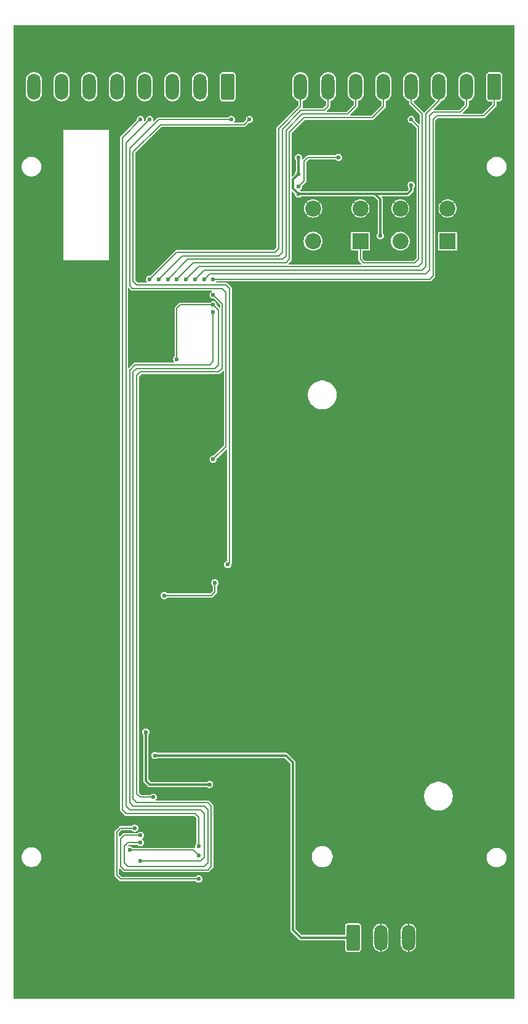
<source format=gbr>
G04 #@! TF.GenerationSoftware,KiCad,Pcbnew,8.0.5-8.0.5-0~ubuntu24.04.1*
G04 #@! TF.CreationDate,2024-10-05T12:28:55+03:00*
G04 #@! TF.ProjectId,esp32-main,65737033-322d-46d6-9169-6e2e6b696361,A*
G04 #@! TF.SameCoordinates,Original*
G04 #@! TF.FileFunction,Copper,L2,Bot*
G04 #@! TF.FilePolarity,Positive*
%FSLAX46Y46*%
G04 Gerber Fmt 4.6, Leading zero omitted, Abs format (unit mm)*
G04 Created by KiCad (PCBNEW 8.0.5-8.0.5-0~ubuntu24.04.1) date 2024-10-05 12:28:55*
%MOMM*%
%LPD*%
G01*
G04 APERTURE LIST*
G04 Aperture macros list*
%AMRoundRect*
0 Rectangle with rounded corners*
0 $1 Rounding radius*
0 $2 $3 $4 $5 $6 $7 $8 $9 X,Y pos of 4 corners*
0 Add a 4 corners polygon primitive as box body*
4,1,4,$2,$3,$4,$5,$6,$7,$8,$9,$2,$3,0*
0 Add four circle primitives for the rounded corners*
1,1,$1+$1,$2,$3*
1,1,$1+$1,$4,$5*
1,1,$1+$1,$6,$7*
1,1,$1+$1,$8,$9*
0 Add four rect primitives between the rounded corners*
20,1,$1+$1,$2,$3,$4,$5,0*
20,1,$1+$1,$4,$5,$6,$7,0*
20,1,$1+$1,$6,$7,$8,$9,0*
20,1,$1+$1,$8,$9,$2,$3,0*%
G04 Aperture macros list end*
G04 #@! TA.AperFunction,HeatsinkPad*
%ADD10C,0.600000*%
G04 #@! TD*
G04 #@! TA.AperFunction,HeatsinkPad*
%ADD11R,2.700000X2.700000*%
G04 #@! TD*
G04 #@! TA.AperFunction,ComponentPad*
%ADD12R,2.200000X2.200000*%
G04 #@! TD*
G04 #@! TA.AperFunction,ComponentPad*
%ADD13C,2.200000*%
G04 #@! TD*
G04 #@! TA.AperFunction,ComponentPad*
%ADD14RoundRect,0.250000X-0.650000X-1.550000X0.650000X-1.550000X0.650000X1.550000X-0.650000X1.550000X0*%
G04 #@! TD*
G04 #@! TA.AperFunction,ComponentPad*
%ADD15O,1.800000X3.600000*%
G04 #@! TD*
G04 #@! TA.AperFunction,ComponentPad*
%ADD16RoundRect,0.250000X0.650000X1.550000X-0.650000X1.550000X-0.650000X-1.550000X0.650000X-1.550000X0*%
G04 #@! TD*
G04 #@! TA.AperFunction,ViaPad*
%ADD17C,0.600000*%
G04 #@! TD*
G04 #@! TA.AperFunction,Conductor*
%ADD18C,0.300000*%
G04 #@! TD*
G04 #@! TA.AperFunction,Conductor*
%ADD19C,0.200000*%
G04 #@! TD*
G04 APERTURE END LIST*
D10*
X134500000Y-96500000D03*
X135500000Y-97500000D03*
D11*
X135000000Y-97000000D03*
D10*
X135500000Y-96500000D03*
X134500000Y-97500000D03*
D12*
X170250000Y-51250000D03*
D13*
X163750000Y-51250000D03*
X170250000Y-46750000D03*
X163750000Y-46750000D03*
D12*
X158250000Y-51250000D03*
D13*
X151750000Y-51250000D03*
X158250000Y-46750000D03*
X151750000Y-46750000D03*
D14*
X157245000Y-147067500D03*
D15*
X161055000Y-147067500D03*
X164865000Y-147067500D03*
D16*
X140000000Y-30000000D03*
D15*
X136190000Y-30000000D03*
X132380000Y-30000000D03*
X128570000Y-30000000D03*
X124760000Y-30000000D03*
X120950000Y-30000000D03*
X117140000Y-30000000D03*
X113330000Y-30000000D03*
D16*
X176670000Y-30000000D03*
D15*
X172860000Y-30000000D03*
X169050000Y-30000000D03*
X165240000Y-30000000D03*
X161430000Y-30000000D03*
X157620000Y-30000000D03*
X153810000Y-30000000D03*
X150000000Y-30000000D03*
D17*
X132000000Y-64000000D03*
X123000000Y-120000000D03*
X115000000Y-100000000D03*
X175000000Y-80000000D03*
X115000000Y-110000000D03*
X146000000Y-105000000D03*
X145000000Y-128000000D03*
X122000000Y-67000000D03*
X146000000Y-80000000D03*
X146000000Y-104000000D03*
X146000000Y-109000000D03*
X145000000Y-79000000D03*
X132000000Y-61000000D03*
X146000000Y-58000000D03*
X145000000Y-105000000D03*
X131000000Y-61000000D03*
X145000000Y-108000000D03*
X145000000Y-109000000D03*
X175000000Y-50000000D03*
X146000000Y-127000000D03*
X175000000Y-60000000D03*
X132000000Y-63000000D03*
X115000000Y-60000000D03*
X146000000Y-128000000D03*
X121000000Y-67000000D03*
X131000000Y-133000000D03*
X132000000Y-60000000D03*
X115000000Y-80000000D03*
X146000000Y-59000000D03*
X123000000Y-121000000D03*
X175000000Y-120000000D03*
X115000000Y-120000000D03*
X115000000Y-90000000D03*
X175000000Y-70000000D03*
X133000000Y-133000000D03*
X138750000Y-94500000D03*
X131000000Y-63000000D03*
X175000000Y-130000000D03*
X175000000Y-110000000D03*
X146000000Y-79000000D03*
X145000000Y-58000000D03*
X138750000Y-97500000D03*
X132000000Y-141000000D03*
X132000000Y-133000000D03*
X175000000Y-90000000D03*
X115000000Y-50000000D03*
X115000000Y-70000000D03*
X122000000Y-121000000D03*
X115000000Y-130000000D03*
X123000000Y-67000000D03*
X175000000Y-100000000D03*
X149750000Y-42000000D03*
X161000000Y-50500000D03*
X149750000Y-44750000D03*
X165250000Y-43540000D03*
X149750000Y-39750000D03*
X127199997Y-132000000D03*
X136000000Y-139000000D03*
X149750000Y-43750000D03*
X155250000Y-39730000D03*
X131750000Y-56500000D03*
X135500000Y-56500000D03*
X133000000Y-56500000D03*
X130500000Y-56500000D03*
X134250000Y-56500000D03*
X129250000Y-56500000D03*
X136750000Y-56500000D03*
X138000000Y-56500000D03*
X138000000Y-61000000D03*
X128000000Y-134000000D03*
X165250000Y-34500000D03*
X133000000Y-67500000D03*
X128000000Y-133000000D03*
X138000000Y-60000000D03*
X138000000Y-58650000D03*
X129750000Y-127750000D03*
X126500000Y-135000000D03*
X136000000Y-135750000D03*
X138250000Y-98250000D03*
X131250000Y-100000000D03*
X143000000Y-34500000D03*
X140000000Y-95750000D03*
X140500000Y-34500000D03*
X138000000Y-81250000D03*
X128000000Y-136500000D03*
X129250000Y-34500000D03*
X136000000Y-134500000D03*
X128000000Y-34500000D03*
X137500000Y-126000000D03*
X128750000Y-118800000D03*
X130000000Y-122000000D03*
D18*
X161000000Y-50500000D02*
X161000000Y-45500000D01*
X149000000Y-42750000D02*
X149000000Y-44000000D01*
X149000000Y-44000000D02*
X149750000Y-44750000D01*
X149750000Y-39750000D02*
X149750000Y-42000000D01*
X149750000Y-44750000D02*
X154500000Y-44750000D01*
X161000000Y-45500000D02*
X160250000Y-44750000D01*
X165250000Y-44250000D02*
X164750000Y-44750000D01*
X165250000Y-43540000D02*
X165250000Y-44250000D01*
X149750000Y-42000000D02*
X149000000Y-42750000D01*
X160250000Y-44750000D02*
X154500000Y-44750000D01*
X164750000Y-44750000D02*
X154500000Y-44750000D01*
D19*
X127199997Y-132000000D02*
X125250000Y-132000000D01*
X125250000Y-139000000D02*
X136000000Y-139000000D01*
X124750000Y-132500000D02*
X124750000Y-138500000D01*
X125250000Y-132000000D02*
X124750000Y-132500000D01*
X124750000Y-138500000D02*
X125250000Y-139000000D01*
X149750000Y-43750000D02*
X150500000Y-43000000D01*
X151020000Y-39730000D02*
X155250000Y-39730000D01*
X150500000Y-43000000D02*
X150500000Y-40250000D01*
X150500000Y-40250000D02*
X151020000Y-39730000D01*
X156500000Y-33750000D02*
X157620000Y-32630000D01*
X131750000Y-56500000D02*
X134500000Y-53750000D01*
X148000000Y-36000000D02*
X150250000Y-33750000D01*
X147500000Y-53750000D02*
X148000000Y-53250000D01*
X148000000Y-53250000D02*
X148000000Y-36000000D01*
X134500000Y-53750000D02*
X147500000Y-53750000D01*
X150250000Y-33750000D02*
X156500000Y-33750000D01*
X157620000Y-32630000D02*
X157620000Y-30000000D01*
X167250000Y-54750000D02*
X167250000Y-33750000D01*
X167250000Y-33750000D02*
X169050000Y-31950000D01*
X166750000Y-55250000D02*
X167250000Y-54750000D01*
X135500000Y-56500000D02*
X136750000Y-55250000D01*
X169050000Y-31950000D02*
X169050000Y-30000000D01*
X136750000Y-55250000D02*
X166750000Y-55250000D01*
X148000000Y-54250000D02*
X148500000Y-53750000D01*
X135250000Y-54250000D02*
X148000000Y-54250000D01*
X148500000Y-53750000D02*
X148500000Y-36250000D01*
X150500000Y-34250000D02*
X159930000Y-34250000D01*
X133000000Y-56500000D02*
X135250000Y-54250000D01*
X161430000Y-32750000D02*
X161430000Y-30000000D01*
X159930000Y-34250000D02*
X161430000Y-32750000D01*
X148500000Y-36250000D02*
X150500000Y-34250000D01*
X153250000Y-33250000D02*
X153810000Y-32690000D01*
X150065686Y-33250000D02*
X153250000Y-33250000D01*
X147500000Y-52750000D02*
X147500000Y-35815686D01*
X153810000Y-32690000D02*
X153810000Y-30000000D01*
X147500000Y-35815686D02*
X150065686Y-33250000D01*
X147000000Y-53250000D02*
X147500000Y-52750000D01*
X130500000Y-56500000D02*
X133750000Y-53250000D01*
X133750000Y-53250000D02*
X147000000Y-53250000D01*
X134250000Y-56500000D02*
X136000000Y-54750000D01*
X166250000Y-54750000D02*
X166750000Y-54250000D01*
X166750000Y-54250000D02*
X166750000Y-33750000D01*
X166750000Y-33750000D02*
X165240000Y-32240000D01*
X165240000Y-32240000D02*
X165240000Y-30000000D01*
X136000000Y-54750000D02*
X166250000Y-54750000D01*
X150000000Y-32750000D02*
X150000000Y-30000000D01*
X129250000Y-56500000D02*
X133000000Y-52750000D01*
X147000000Y-35750000D02*
X150000000Y-32750000D01*
X146500000Y-52750000D02*
X147000000Y-52250000D01*
X147000000Y-52250000D02*
X147000000Y-35750000D01*
X133000000Y-52750000D02*
X146500000Y-52750000D01*
X172000000Y-33500000D02*
X172860000Y-32640000D01*
X136750000Y-56500000D02*
X137500000Y-55750000D01*
X167750000Y-55250000D02*
X167750000Y-34000000D01*
X137500000Y-55750000D02*
X167250000Y-55750000D01*
X168250000Y-33500000D02*
X172000000Y-33500000D01*
X172860000Y-32640000D02*
X172860000Y-30000000D01*
X167250000Y-55750000D02*
X167750000Y-55250000D01*
X167750000Y-34000000D02*
X168250000Y-33500000D01*
X138000000Y-56500000D02*
X167750000Y-56500000D01*
X168750000Y-34000000D02*
X175250000Y-34000000D01*
X175250000Y-34000000D02*
X176670000Y-32580000D01*
X176670000Y-32580000D02*
X176670000Y-30000000D01*
X167750000Y-56500000D02*
X168250000Y-56000000D01*
X168250000Y-56000000D02*
X168250000Y-34500000D01*
X168250000Y-34500000D02*
X168750000Y-34000000D01*
X125750000Y-136750000D02*
X126250000Y-137250000D01*
X136750000Y-129000000D02*
X127000000Y-129000000D01*
X126500000Y-128500000D02*
X126500000Y-69000000D01*
X137250000Y-129500000D02*
X136750000Y-129000000D01*
X138000000Y-67750000D02*
X138000000Y-61000000D01*
X137500000Y-68250000D02*
X138000000Y-67750000D01*
X126250000Y-134000000D02*
X125750000Y-134500000D01*
X127000000Y-129000000D02*
X126500000Y-128500000D01*
X126500000Y-69000000D02*
X127250000Y-68250000D01*
X126250000Y-137250000D02*
X136750000Y-137250000D01*
X127250000Y-68250000D02*
X137500000Y-68250000D01*
X128000000Y-134000000D02*
X126250000Y-134000000D01*
X136750000Y-137250000D02*
X137250000Y-136750000D01*
X137250000Y-136750000D02*
X137250000Y-129500000D01*
X125750000Y-134500000D02*
X125750000Y-136750000D01*
X165750000Y-54250000D02*
X158750000Y-54250000D01*
X158250000Y-53750000D02*
X158250000Y-51250000D01*
X166250000Y-35500000D02*
X166250000Y-53750000D01*
X165250000Y-34500000D02*
X166250000Y-35500000D01*
X158750000Y-54250000D02*
X158250000Y-53750000D01*
X166250000Y-53750000D02*
X165750000Y-54250000D01*
X125750000Y-133000000D02*
X125250000Y-133500000D01*
X128000000Y-133000000D02*
X125750000Y-133000000D01*
X138750000Y-68250000D02*
X138250000Y-68750000D01*
X125250000Y-133500000D02*
X125250000Y-137250000D01*
X137250000Y-128500000D02*
X137750000Y-129000000D01*
X133000000Y-60500000D02*
X133500000Y-60000000D01*
X138000000Y-60000000D02*
X138750000Y-60750000D01*
X137750000Y-129000000D02*
X137750000Y-137250000D01*
X127000000Y-69250000D02*
X127000000Y-128000000D01*
X133000000Y-67500000D02*
X133000000Y-60500000D01*
X133500000Y-60000000D02*
X138000000Y-60000000D01*
X125750000Y-137750000D02*
X137250000Y-137750000D01*
X137250000Y-137750000D02*
X137750000Y-137250000D01*
X138750000Y-60750000D02*
X138750000Y-68250000D01*
X138250000Y-68750000D02*
X127500000Y-68750000D01*
X127000000Y-128000000D02*
X127500000Y-128500000D01*
X127000000Y-69250000D02*
X127500000Y-68750000D01*
X125250000Y-137250000D02*
X125750000Y-137750000D01*
X127500000Y-128500000D02*
X137250000Y-128500000D01*
X139250000Y-59900000D02*
X139250000Y-68750000D01*
X128000000Y-127750000D02*
X129750000Y-127750000D01*
X127500000Y-69750000D02*
X127500000Y-127250000D01*
X128000000Y-69250000D02*
X127500000Y-69750000D01*
X138000000Y-58650000D02*
X139250000Y-59900000D01*
X127500000Y-127250000D02*
X128000000Y-127750000D01*
X138750000Y-69250000D02*
X128000000Y-69250000D01*
X139250000Y-68750000D02*
X138750000Y-69250000D01*
X126500000Y-135000000D02*
X135250000Y-135000000D01*
X135250000Y-135000000D02*
X136000000Y-135750000D01*
X138250000Y-99500000D02*
X137750000Y-100000000D01*
X138250000Y-98250000D02*
X138250000Y-99500000D01*
X137750000Y-100000000D02*
X131250000Y-100000000D01*
X127000000Y-40000000D02*
X127000000Y-39750000D01*
X139750000Y-57250000D02*
X140250000Y-57750000D01*
X130750000Y-35250000D02*
X127000000Y-39000000D01*
X140250000Y-62250000D02*
X140250000Y-95500000D01*
X142250000Y-35250000D02*
X141500000Y-35250000D01*
X140250000Y-95500000D02*
X140000000Y-95750000D01*
X127000000Y-56750000D02*
X127500000Y-57250000D01*
X143000000Y-34500000D02*
X142250000Y-35250000D01*
X139500000Y-57250000D02*
X139750000Y-57250000D01*
X127500000Y-57250000D02*
X139500000Y-57250000D01*
X141500000Y-35250000D02*
X130750000Y-35250000D01*
X127000000Y-39750000D02*
X127000000Y-56750000D01*
X127000000Y-39000000D02*
X127000000Y-40000000D01*
X140250000Y-57750000D02*
X140250000Y-62250000D01*
X138000000Y-81250000D02*
X139750000Y-79500000D01*
X130500000Y-34500000D02*
X140500000Y-34500000D01*
X139750000Y-58250000D02*
X139250000Y-57750000D01*
X139750000Y-79500000D02*
X139750000Y-58250000D01*
X126875000Y-57750000D02*
X126500000Y-57375000D01*
X126500000Y-57375000D02*
X126500000Y-38500000D01*
X126500000Y-38500000D02*
X130500000Y-34500000D01*
X139250000Y-57750000D02*
X126875000Y-57750000D01*
X136250000Y-129500000D02*
X126500000Y-129500000D01*
X126000000Y-129000000D02*
X126000000Y-37750000D01*
X136750000Y-130000000D02*
X136250000Y-129500000D01*
X136750000Y-136000000D02*
X136750000Y-130000000D01*
X136250000Y-136500000D02*
X136750000Y-136000000D01*
X128000000Y-136500000D02*
X136250000Y-136500000D01*
X126000000Y-37750000D02*
X129250000Y-34500000D01*
X126500000Y-129500000D02*
X126000000Y-129000000D01*
X136000000Y-130500000D02*
X135500000Y-130000000D01*
X135500000Y-130000000D02*
X126000000Y-130000000D01*
X136000000Y-134500000D02*
X136000000Y-130500000D01*
X126000000Y-130000000D02*
X125500000Y-129500000D01*
X125500000Y-37000000D02*
X128000000Y-34500000D01*
X125500000Y-129500000D02*
X125500000Y-37000000D01*
D18*
X128750000Y-125500000D02*
X129250000Y-126000000D01*
X128750000Y-118800000D02*
X128750000Y-125500000D01*
X129250000Y-126000000D02*
X137500000Y-126000000D01*
X149000000Y-146000000D02*
X150067500Y-147067500D01*
X150067500Y-147067500D02*
X157245000Y-147067500D01*
X149000000Y-123000000D02*
X149000000Y-146000000D01*
X130000000Y-122000000D02*
X148000000Y-122000000D01*
X148000000Y-122000000D02*
X149000000Y-123000000D01*
G04 #@! TA.AperFunction,Conductor*
G36*
X126426826Y-57726797D02*
G01*
X126634540Y-57934511D01*
X126690489Y-57990460D01*
X126740649Y-58019420D01*
X126749498Y-58024529D01*
X126759011Y-58030021D01*
X126759012Y-58030021D01*
X126759014Y-58030022D01*
X126797224Y-58040260D01*
X126835435Y-58050499D01*
X126835436Y-58050500D01*
X126835438Y-58050500D01*
X137755340Y-58050500D01*
X137807666Y-58072174D01*
X137829340Y-58124500D01*
X137807666Y-58176826D01*
X137793888Y-58186391D01*
X137794399Y-58187186D01*
X137668875Y-58267855D01*
X137668868Y-58267860D01*
X137574623Y-58376626D01*
X137514834Y-58507545D01*
X137494353Y-58650000D01*
X137514834Y-58792454D01*
X137574623Y-58923373D01*
X137668868Y-59032139D01*
X137668869Y-59032140D01*
X137668872Y-59032143D01*
X137789947Y-59109953D01*
X137896403Y-59141211D01*
X137928035Y-59150499D01*
X137928037Y-59150500D01*
X138044877Y-59150500D01*
X138097203Y-59172174D01*
X138927826Y-60002797D01*
X138949500Y-60055123D01*
X138949500Y-60345877D01*
X138927826Y-60398203D01*
X138875500Y-60419877D01*
X138823174Y-60398203D01*
X138521697Y-60096726D01*
X138500023Y-60044400D01*
X138500777Y-60033866D01*
X138505647Y-60000002D01*
X138505647Y-60000001D01*
X138485165Y-59857545D01*
X138485165Y-59857543D01*
X138425377Y-59726627D01*
X138331128Y-59617857D01*
X138274182Y-59581260D01*
X138210054Y-59540047D01*
X138210050Y-59540046D01*
X138071964Y-59499500D01*
X138071961Y-59499500D01*
X137928039Y-59499500D01*
X137928036Y-59499500D01*
X137789949Y-59540046D01*
X137789945Y-59540047D01*
X137668871Y-59617857D01*
X137668868Y-59617860D01*
X137620259Y-59673959D01*
X137569612Y-59699311D01*
X137564333Y-59699500D01*
X133539562Y-59699500D01*
X133460438Y-59699500D01*
X133384012Y-59719978D01*
X133384011Y-59719978D01*
X133384009Y-59719979D01*
X133384007Y-59719980D01*
X133315492Y-59759537D01*
X132815489Y-60259540D01*
X132759540Y-60315488D01*
X132719979Y-60384009D01*
X132719977Y-60384014D01*
X132699500Y-60460435D01*
X132699500Y-67057766D01*
X132677826Y-67110092D01*
X132672715Y-67114211D01*
X132672872Y-67114392D01*
X132668868Y-67117860D01*
X132574623Y-67226626D01*
X132514834Y-67357545D01*
X132494353Y-67500000D01*
X132514834Y-67642454D01*
X132514834Y-67642455D01*
X132514835Y-67642457D01*
X132545881Y-67710438D01*
X132574623Y-67773373D01*
X132621126Y-67827041D01*
X132639011Y-67880780D01*
X132613659Y-67931426D01*
X132565200Y-67949500D01*
X127210436Y-67949500D01*
X127134014Y-67969977D01*
X127134009Y-67969979D01*
X127098537Y-67990460D01*
X127065488Y-68009540D01*
X126426826Y-68648203D01*
X126374500Y-68669877D01*
X126322174Y-68648203D01*
X126300500Y-68595877D01*
X126300500Y-57779123D01*
X126322174Y-57726797D01*
X126374500Y-57705123D01*
X126426826Y-57726797D01*
G37*
G04 #@! TD.AperFunction*
G04 #@! TA.AperFunction,Conductor*
G36*
X135372836Y-96584968D02*
G01*
X135415032Y-96627164D01*
X135460194Y-96645871D01*
X135238930Y-96867135D01*
X135311137Y-96913540D01*
X135311144Y-96913544D01*
X135363773Y-96928998D01*
X135407873Y-96964536D01*
X135413926Y-97020849D01*
X135378388Y-97064949D01*
X135363773Y-97071002D01*
X135311144Y-97086455D01*
X135311138Y-97086458D01*
X135238930Y-97132864D01*
X135460194Y-97354128D01*
X135415032Y-97372836D01*
X135372836Y-97415032D01*
X135354128Y-97460194D01*
X135131749Y-97237815D01*
X135117545Y-97254206D01*
X135117543Y-97254211D01*
X135067313Y-97364201D01*
X135025861Y-97402795D01*
X134969260Y-97400774D01*
X134932687Y-97364201D01*
X134882455Y-97254207D01*
X134868250Y-97237815D01*
X134645870Y-97460194D01*
X134627164Y-97415032D01*
X134584968Y-97372836D01*
X134539803Y-97354128D01*
X134761068Y-97132864D01*
X134688857Y-97086456D01*
X134688855Y-97086455D01*
X134636226Y-97071002D01*
X134592126Y-97035464D01*
X134586073Y-96979151D01*
X134621611Y-96935051D01*
X134636226Y-96928998D01*
X134688859Y-96913543D01*
X134688862Y-96913541D01*
X134761069Y-96867135D01*
X134539805Y-96645871D01*
X134584968Y-96627164D01*
X134627164Y-96584968D01*
X134645871Y-96539805D01*
X134868249Y-96762183D01*
X134882457Y-96745788D01*
X134932687Y-96635798D01*
X134974139Y-96597204D01*
X135030740Y-96599225D01*
X135067313Y-96635798D01*
X135117544Y-96745792D01*
X135131748Y-96762183D01*
X135354128Y-96539803D01*
X135372836Y-96584968D01*
G37*
G04 #@! TD.AperFunction*
G04 #@! TA.AperFunction,Conductor*
G36*
X179427826Y-21572174D02*
G01*
X179449500Y-21624500D01*
X179449500Y-155375500D01*
X179427826Y-155427826D01*
X179375500Y-155449500D01*
X110624500Y-155449500D01*
X110572174Y-155427826D01*
X110550500Y-155375500D01*
X110550500Y-135893711D01*
X111649500Y-135893711D01*
X111649500Y-136106288D01*
X111682753Y-136316240D01*
X111682756Y-136316253D01*
X111748440Y-136518406D01*
X111844948Y-136707816D01*
X111897409Y-136780022D01*
X111969896Y-136879792D01*
X112120208Y-137030104D01*
X112215656Y-137099451D01*
X112292183Y-137155051D01*
X112314267Y-137166303D01*
X112481588Y-137251557D01*
X112481590Y-137251557D01*
X112481593Y-137251559D01*
X112683746Y-137317243D01*
X112683752Y-137317244D01*
X112683757Y-137317246D01*
X112788735Y-137333873D01*
X112893711Y-137350500D01*
X112893713Y-137350500D01*
X113106289Y-137350500D01*
X113190269Y-137337198D01*
X113316243Y-137317246D01*
X113316250Y-137317243D01*
X113316253Y-137317243D01*
X113518406Y-137251559D01*
X113518406Y-137251558D01*
X113518412Y-137251557D01*
X113707816Y-137155051D01*
X113879792Y-137030104D01*
X114030104Y-136879792D01*
X114155051Y-136707816D01*
X114251557Y-136518412D01*
X114251559Y-136518406D01*
X114317243Y-136316253D01*
X114317243Y-136316250D01*
X114317246Y-136316243D01*
X114348667Y-136117860D01*
X114350500Y-136106288D01*
X114350500Y-135893711D01*
X114327738Y-135749998D01*
X114317246Y-135683757D01*
X114317244Y-135683752D01*
X114317243Y-135683746D01*
X114251559Y-135481593D01*
X114251557Y-135481590D01*
X114251557Y-135481588D01*
X114197309Y-135375121D01*
X114155051Y-135292183D01*
X114068018Y-135172393D01*
X114030104Y-135120208D01*
X113879792Y-134969896D01*
X113813146Y-134921475D01*
X113707816Y-134844948D01*
X113518406Y-134748440D01*
X113316253Y-134682756D01*
X113316240Y-134682753D01*
X113106289Y-134649500D01*
X113106287Y-134649500D01*
X112893713Y-134649500D01*
X112893711Y-134649500D01*
X112683759Y-134682753D01*
X112683746Y-134682756D01*
X112481593Y-134748440D01*
X112292183Y-134844948D01*
X112159168Y-134941590D01*
X112120208Y-134969896D01*
X111969896Y-135120208D01*
X111969893Y-135120211D01*
X111969893Y-135120212D01*
X111844948Y-135292183D01*
X111748440Y-135481593D01*
X111682756Y-135683746D01*
X111682753Y-135683759D01*
X111649500Y-135893711D01*
X110550500Y-135893711D01*
X110550500Y-132460435D01*
X124449500Y-132460435D01*
X124449500Y-138539564D01*
X124469977Y-138615985D01*
X124469979Y-138615990D01*
X124471056Y-138617855D01*
X124502288Y-138671950D01*
X124509540Y-138684511D01*
X125065489Y-139240460D01*
X125134012Y-139280022D01*
X125210438Y-139300500D01*
X125289562Y-139300500D01*
X135564333Y-139300500D01*
X135616659Y-139322174D01*
X135620259Y-139326041D01*
X135668868Y-139382139D01*
X135668871Y-139382142D01*
X135668872Y-139382143D01*
X135789947Y-139459953D01*
X135896403Y-139491211D01*
X135928035Y-139500499D01*
X135928037Y-139500500D01*
X135928039Y-139500500D01*
X136071963Y-139500500D01*
X136071964Y-139500499D01*
X136210053Y-139459953D01*
X136331128Y-139382143D01*
X136425377Y-139273373D01*
X136485165Y-139142457D01*
X136505647Y-139000000D01*
X136485165Y-138857543D01*
X136425377Y-138726627D01*
X136379740Y-138673959D01*
X136331131Y-138617860D01*
X136331129Y-138617859D01*
X136331128Y-138617857D01*
X136274182Y-138581260D01*
X136210054Y-138540047D01*
X136210050Y-138540046D01*
X136071964Y-138499500D01*
X136071961Y-138499500D01*
X135928039Y-138499500D01*
X135928036Y-138499500D01*
X135789949Y-138540046D01*
X135789945Y-138540047D01*
X135668871Y-138617857D01*
X135668868Y-138617860D01*
X135620259Y-138673959D01*
X135569612Y-138699311D01*
X135564333Y-138699500D01*
X125405123Y-138699500D01*
X125352797Y-138677826D01*
X125072174Y-138397203D01*
X125050500Y-138344877D01*
X125050500Y-137654122D01*
X125072174Y-137601796D01*
X125124500Y-137580122D01*
X125176824Y-137601795D01*
X125565489Y-137990460D01*
X125634012Y-138030022D01*
X125710438Y-138050500D01*
X125710440Y-138050500D01*
X137289564Y-138050500D01*
X137289564Y-138050499D01*
X137365989Y-138030021D01*
X137434511Y-137990460D01*
X137490460Y-137934511D01*
X137990460Y-137434511D01*
X138030022Y-137365988D01*
X138050500Y-137289562D01*
X138050500Y-137210438D01*
X138050500Y-128960438D01*
X138030022Y-128884012D01*
X137990460Y-128815489D01*
X137434511Y-128259540D01*
X137394372Y-128236366D01*
X137394370Y-128236365D01*
X137365990Y-128219979D01*
X137365985Y-128219977D01*
X137289564Y-128199500D01*
X137289562Y-128199500D01*
X130184800Y-128199500D01*
X130132474Y-128177826D01*
X130110800Y-128125500D01*
X130128874Y-128077041D01*
X130137286Y-128067332D01*
X130175377Y-128023373D01*
X130235165Y-127892457D01*
X130255647Y-127750000D01*
X130235165Y-127607543D01*
X130175377Y-127476627D01*
X130081128Y-127367857D01*
X130024182Y-127331260D01*
X129960054Y-127290047D01*
X129960050Y-127290046D01*
X129821964Y-127249500D01*
X129821961Y-127249500D01*
X129678039Y-127249500D01*
X129678036Y-127249500D01*
X129539949Y-127290046D01*
X129539945Y-127290047D01*
X129418871Y-127367857D01*
X129418868Y-127367860D01*
X129370259Y-127423959D01*
X129319612Y-127449311D01*
X129314333Y-127449500D01*
X128155123Y-127449500D01*
X128102797Y-127427826D01*
X127822174Y-127147203D01*
X127800500Y-127094877D01*
X127800500Y-118800000D01*
X128244353Y-118800000D01*
X128264834Y-118942454D01*
X128324623Y-119073373D01*
X128381426Y-119138928D01*
X128399500Y-119187387D01*
X128399500Y-125546144D01*
X128420495Y-125624500D01*
X128420496Y-125624502D01*
X128420495Y-125624502D01*
X128423384Y-125635286D01*
X128469530Y-125715212D01*
X129034788Y-126280470D01*
X129114712Y-126326614D01*
X129114713Y-126326614D01*
X129114715Y-126326615D01*
X129159284Y-126338557D01*
X129203853Y-126350499D01*
X129203854Y-126350500D01*
X129203856Y-126350500D01*
X137107659Y-126350500D01*
X137159985Y-126372174D01*
X137163578Y-126376034D01*
X137168872Y-126382143D01*
X137289947Y-126459953D01*
X137396403Y-126491211D01*
X137428035Y-126500499D01*
X137428037Y-126500500D01*
X137428039Y-126500500D01*
X137571963Y-126500500D01*
X137571964Y-126500499D01*
X137710053Y-126459953D01*
X137831128Y-126382143D01*
X137925377Y-126273373D01*
X137985165Y-126142457D01*
X138005647Y-126000000D01*
X137985165Y-125857543D01*
X137925377Y-125726627D01*
X137846232Y-125635288D01*
X137831131Y-125617860D01*
X137831129Y-125617859D01*
X137831128Y-125617857D01*
X137774182Y-125581260D01*
X137710054Y-125540047D01*
X137710050Y-125540046D01*
X137571964Y-125499500D01*
X137571961Y-125499500D01*
X137428039Y-125499500D01*
X137428036Y-125499500D01*
X137289949Y-125540046D01*
X137289945Y-125540047D01*
X137168872Y-125617857D01*
X137163585Y-125623959D01*
X137112939Y-125649311D01*
X137107659Y-125649500D01*
X129425834Y-125649500D01*
X129373508Y-125627826D01*
X129122174Y-125376492D01*
X129100500Y-125324166D01*
X129100500Y-122000000D01*
X129494353Y-122000000D01*
X129514834Y-122142454D01*
X129574623Y-122273373D01*
X129668868Y-122382139D01*
X129668869Y-122382140D01*
X129668872Y-122382143D01*
X129789947Y-122459953D01*
X129896403Y-122491211D01*
X129928035Y-122500499D01*
X129928037Y-122500500D01*
X129928039Y-122500500D01*
X130071963Y-122500500D01*
X130071964Y-122500499D01*
X130210053Y-122459953D01*
X130331128Y-122382143D01*
X130336415Y-122376040D01*
X130387061Y-122350689D01*
X130392341Y-122350500D01*
X147824166Y-122350500D01*
X147876492Y-122372174D01*
X148627826Y-123123508D01*
X148649500Y-123175834D01*
X148649500Y-146046146D01*
X148673384Y-146135284D01*
X148673386Y-146135289D01*
X148719530Y-146215212D01*
X149852288Y-147347970D01*
X149932212Y-147394114D01*
X149932213Y-147394114D01*
X149932215Y-147394115D01*
X149976784Y-147406057D01*
X150021353Y-147417999D01*
X150021354Y-147418000D01*
X150021356Y-147418000D01*
X156070500Y-147418000D01*
X156122826Y-147439674D01*
X156144500Y-147492000D01*
X156144500Y-148671766D01*
X156147354Y-148702199D01*
X156147354Y-148702201D01*
X156147355Y-148702204D01*
X156192206Y-148830381D01*
X156192207Y-148830383D01*
X156272846Y-148939646D01*
X156272853Y-148939653D01*
X156382116Y-149020292D01*
X156382118Y-149020293D01*
X156510295Y-149065144D01*
X156510301Y-149065146D01*
X156540734Y-149068000D01*
X156540741Y-149068000D01*
X157949258Y-149068000D01*
X157949266Y-149068000D01*
X157979699Y-149065146D01*
X158107882Y-149020293D01*
X158217150Y-148939650D01*
X158297793Y-148830382D01*
X158342646Y-148702199D01*
X158345500Y-148671766D01*
X158345500Y-146064084D01*
X160005000Y-146064084D01*
X160005000Y-146992500D01*
X160455000Y-146992500D01*
X160455000Y-147142500D01*
X160005000Y-147142500D01*
X160005000Y-148070915D01*
X160045348Y-148273767D01*
X160045350Y-148273774D01*
X160124500Y-148464858D01*
X160239410Y-148636835D01*
X160385664Y-148783089D01*
X160557641Y-148897999D01*
X160748725Y-148977149D01*
X160748732Y-148977151D01*
X160951584Y-149017500D01*
X160980000Y-149017500D01*
X160980000Y-147667500D01*
X161130000Y-147667500D01*
X161130000Y-149017500D01*
X161158416Y-149017500D01*
X161361267Y-148977151D01*
X161361274Y-148977149D01*
X161552358Y-148897999D01*
X161724335Y-148783089D01*
X161724337Y-148783088D01*
X161870588Y-148636837D01*
X161870589Y-148636835D01*
X161985499Y-148464858D01*
X162064649Y-148273774D01*
X162064651Y-148273767D01*
X162105000Y-148070915D01*
X162105000Y-147142500D01*
X161655000Y-147142500D01*
X161655000Y-146992500D01*
X162105000Y-146992500D01*
X162105000Y-146064084D01*
X163815000Y-146064084D01*
X163815000Y-146992500D01*
X164265000Y-146992500D01*
X164265000Y-147142500D01*
X163815000Y-147142500D01*
X163815000Y-148070915D01*
X163855348Y-148273767D01*
X163855350Y-148273774D01*
X163934500Y-148464858D01*
X164049410Y-148636835D01*
X164195664Y-148783089D01*
X164367641Y-148897999D01*
X164558725Y-148977149D01*
X164558732Y-148977151D01*
X164761584Y-149017500D01*
X164790000Y-149017500D01*
X164790000Y-147667500D01*
X164940000Y-147667500D01*
X164940000Y-149017500D01*
X164968416Y-149017500D01*
X165171267Y-148977151D01*
X165171274Y-148977149D01*
X165362358Y-148897999D01*
X165534335Y-148783089D01*
X165534337Y-148783088D01*
X165680588Y-148636837D01*
X165680589Y-148636835D01*
X165795499Y-148464858D01*
X165874649Y-148273774D01*
X165874651Y-148273767D01*
X165915000Y-148070915D01*
X165915000Y-147142500D01*
X165465000Y-147142500D01*
X165465000Y-146992500D01*
X165915000Y-146992500D01*
X165915000Y-146064084D01*
X165874651Y-145861232D01*
X165874649Y-145861225D01*
X165795499Y-145670141D01*
X165680589Y-145498164D01*
X165534335Y-145351910D01*
X165362358Y-145237000D01*
X165171274Y-145157850D01*
X165171267Y-145157848D01*
X164968416Y-145117500D01*
X164940000Y-145117500D01*
X164940000Y-146467500D01*
X164790000Y-146467500D01*
X164790000Y-145117500D01*
X164761584Y-145117500D01*
X164558732Y-145157848D01*
X164558725Y-145157850D01*
X164367641Y-145237000D01*
X164195664Y-145351910D01*
X164195663Y-145351912D01*
X164049412Y-145498163D01*
X164049410Y-145498164D01*
X163934500Y-145670141D01*
X163855350Y-145861225D01*
X163855348Y-145861232D01*
X163815000Y-146064084D01*
X162105000Y-146064084D01*
X162064651Y-145861232D01*
X162064649Y-145861225D01*
X161985499Y-145670141D01*
X161870589Y-145498164D01*
X161724335Y-145351910D01*
X161552358Y-145237000D01*
X161361274Y-145157850D01*
X161361267Y-145157848D01*
X161158416Y-145117500D01*
X161130000Y-145117500D01*
X161130000Y-146467500D01*
X160980000Y-146467500D01*
X160980000Y-145117500D01*
X160951584Y-145117500D01*
X160748732Y-145157848D01*
X160748725Y-145157850D01*
X160557641Y-145237000D01*
X160385664Y-145351910D01*
X160385663Y-145351912D01*
X160239412Y-145498163D01*
X160239410Y-145498164D01*
X160124500Y-145670141D01*
X160045350Y-145861225D01*
X160045348Y-145861232D01*
X160005000Y-146064084D01*
X158345500Y-146064084D01*
X158345500Y-145463234D01*
X158342646Y-145432801D01*
X158297793Y-145304618D01*
X158297792Y-145304616D01*
X158217153Y-145195353D01*
X158217146Y-145195346D01*
X158107883Y-145114707D01*
X158107881Y-145114706D01*
X157979704Y-145069855D01*
X157979705Y-145069855D01*
X157979700Y-145069854D01*
X157979699Y-145069854D01*
X157949266Y-145067000D01*
X156540734Y-145067000D01*
X156510301Y-145069854D01*
X156510299Y-145069854D01*
X156510295Y-145069855D01*
X156382118Y-145114706D01*
X156382116Y-145114707D01*
X156272853Y-145195346D01*
X156272846Y-145195353D01*
X156192207Y-145304616D01*
X156192206Y-145304618D01*
X156147355Y-145432795D01*
X156147354Y-145432799D01*
X156147354Y-145432801D01*
X156144500Y-145463234D01*
X156144500Y-145463240D01*
X156144500Y-146643000D01*
X156122826Y-146695326D01*
X156070500Y-146717000D01*
X150243334Y-146717000D01*
X150191008Y-146695326D01*
X149372174Y-145876492D01*
X149350500Y-145824166D01*
X149350500Y-135816236D01*
X151554500Y-135816236D01*
X151554500Y-136043763D01*
X151590092Y-136268486D01*
X151590095Y-136268499D01*
X151660399Y-136484873D01*
X151763696Y-136687606D01*
X151865001Y-136827041D01*
X151897434Y-136871680D01*
X152058320Y-137032566D01*
X152242393Y-137166303D01*
X152445121Y-137269598D01*
X152445123Y-137269598D01*
X152445126Y-137269600D01*
X152661500Y-137339904D01*
X152661506Y-137339905D01*
X152661511Y-137339907D01*
X152811328Y-137363635D01*
X152886236Y-137375500D01*
X152886237Y-137375500D01*
X153113764Y-137375500D01*
X153173820Y-137365988D01*
X153338489Y-137339907D01*
X153338496Y-137339904D01*
X153338499Y-137339904D01*
X153554873Y-137269600D01*
X153554873Y-137269599D01*
X153554879Y-137269598D01*
X153757607Y-137166303D01*
X153941680Y-137032566D01*
X154102566Y-136871680D01*
X154236303Y-136687607D01*
X154339598Y-136484879D01*
X154409907Y-136268489D01*
X154445500Y-136043763D01*
X154445500Y-135943711D01*
X175649500Y-135943711D01*
X175649500Y-136156288D01*
X175682753Y-136366240D01*
X175682756Y-136366253D01*
X175748440Y-136568406D01*
X175844948Y-136757816D01*
X175921475Y-136863146D01*
X175969896Y-136929792D01*
X176120208Y-137080104D01*
X176182731Y-137125529D01*
X176292183Y-137205051D01*
X176383457Y-137251557D01*
X176481588Y-137301557D01*
X176481590Y-137301557D01*
X176481593Y-137301559D01*
X176683746Y-137367243D01*
X176683752Y-137367244D01*
X176683757Y-137367246D01*
X176788735Y-137383873D01*
X176893711Y-137400500D01*
X176893713Y-137400500D01*
X177106289Y-137400500D01*
X177190269Y-137387198D01*
X177316243Y-137367246D01*
X177316250Y-137367243D01*
X177316253Y-137367243D01*
X177518406Y-137301559D01*
X177518406Y-137301558D01*
X177518412Y-137301557D01*
X177707816Y-137205051D01*
X177879792Y-137080104D01*
X178030104Y-136929792D01*
X178155051Y-136757816D01*
X178251557Y-136568412D01*
X178317246Y-136366243D01*
X178350500Y-136156287D01*
X178350500Y-135943713D01*
X178342580Y-135893711D01*
X178330309Y-135816236D01*
X178317246Y-135733757D01*
X178317244Y-135733752D01*
X178317243Y-135733746D01*
X178251559Y-135531593D01*
X178251557Y-135531590D01*
X178251557Y-135531588D01*
X178201565Y-135433474D01*
X178155051Y-135342183D01*
X178088300Y-135250309D01*
X178030104Y-135170208D01*
X177879792Y-135019896D01*
X177797287Y-134959953D01*
X177707816Y-134894948D01*
X177518406Y-134798440D01*
X177316253Y-134732756D01*
X177316240Y-134732753D01*
X177106289Y-134699500D01*
X177106287Y-134699500D01*
X176893713Y-134699500D01*
X176893711Y-134699500D01*
X176683759Y-134732753D01*
X176683746Y-134732756D01*
X176481593Y-134798440D01*
X176292183Y-134894948D01*
X176146904Y-135000500D01*
X176120208Y-135019896D01*
X175969896Y-135170208D01*
X175969893Y-135170211D01*
X175969893Y-135170212D01*
X175844948Y-135342183D01*
X175748440Y-135531593D01*
X175682756Y-135733746D01*
X175682753Y-135733759D01*
X175649500Y-135943711D01*
X154445500Y-135943711D01*
X154445500Y-135816237D01*
X154409907Y-135591511D01*
X154409905Y-135591506D01*
X154409904Y-135591500D01*
X154339600Y-135375126D01*
X154339598Y-135375123D01*
X154339598Y-135375121D01*
X154236303Y-135172393D01*
X154102566Y-134988320D01*
X153941680Y-134827434D01*
X153941677Y-134827431D01*
X153941675Y-134827430D01*
X153757606Y-134693696D01*
X153554873Y-134590399D01*
X153338499Y-134520095D01*
X153338486Y-134520092D01*
X153113764Y-134484500D01*
X153113763Y-134484500D01*
X152886237Y-134484500D01*
X152886236Y-134484500D01*
X152661513Y-134520092D01*
X152661500Y-134520095D01*
X152445126Y-134590399D01*
X152242393Y-134693696D01*
X152058324Y-134827430D01*
X151897430Y-134988324D01*
X151763696Y-135172393D01*
X151660399Y-135375126D01*
X151590095Y-135591500D01*
X151590092Y-135591513D01*
X151554500Y-135816236D01*
X149350500Y-135816236D01*
X149350500Y-127470519D01*
X167024500Y-127470519D01*
X167024500Y-127729481D01*
X167033399Y-127797081D01*
X167058300Y-127986226D01*
X167125324Y-128236365D01*
X167224424Y-128475612D01*
X167224425Y-128475615D01*
X167353904Y-128699880D01*
X167353908Y-128699886D01*
X167511553Y-128905333D01*
X167694666Y-129088446D01*
X167900113Y-129246091D01*
X167900119Y-129246095D01*
X167994352Y-129300500D01*
X168124384Y-129375574D01*
X168363634Y-129474675D01*
X168613772Y-129541699D01*
X168870519Y-129575500D01*
X168870521Y-129575500D01*
X169129479Y-129575500D01*
X169129481Y-129575500D01*
X169386228Y-129541699D01*
X169636366Y-129474675D01*
X169875616Y-129375574D01*
X170099884Y-129246093D01*
X170305333Y-129088447D01*
X170488447Y-128905333D01*
X170646093Y-128699884D01*
X170775574Y-128475616D01*
X170874675Y-128236366D01*
X170941699Y-127986228D01*
X170975500Y-127729481D01*
X170975500Y-127470519D01*
X170941699Y-127213772D01*
X170874675Y-126963634D01*
X170775574Y-126724384D01*
X170646093Y-126500116D01*
X170488447Y-126294667D01*
X170305333Y-126111553D01*
X170159954Y-126000000D01*
X170099886Y-125953908D01*
X170099880Y-125953904D01*
X169875615Y-125824425D01*
X169875612Y-125824424D01*
X169636365Y-125725324D01*
X169386226Y-125658300D01*
X169197081Y-125633399D01*
X169129481Y-125624500D01*
X168870519Y-125624500D01*
X168810783Y-125632364D01*
X168613773Y-125658300D01*
X168363634Y-125725324D01*
X168124387Y-125824424D01*
X168124384Y-125824425D01*
X167900119Y-125953904D01*
X167900113Y-125953908D01*
X167694666Y-126111553D01*
X167511553Y-126294666D01*
X167353908Y-126500113D01*
X167353904Y-126500119D01*
X167224425Y-126724384D01*
X167224424Y-126724387D01*
X167125324Y-126963634D01*
X167058300Y-127213773D01*
X167038015Y-127367860D01*
X167024500Y-127470519D01*
X149350500Y-127470519D01*
X149350500Y-122953854D01*
X149350499Y-122953853D01*
X149326615Y-122864715D01*
X149326613Y-122864710D01*
X149280469Y-122784787D01*
X148215212Y-121719530D01*
X148135289Y-121673386D01*
X148133327Y-121672860D01*
X148129929Y-121671950D01*
X148046146Y-121649500D01*
X148046144Y-121649500D01*
X130392341Y-121649500D01*
X130340015Y-121627826D01*
X130336415Y-121623959D01*
X130331128Y-121617857D01*
X130270590Y-121578952D01*
X130210054Y-121540047D01*
X130210050Y-121540046D01*
X130071964Y-121499500D01*
X130071961Y-121499500D01*
X129928039Y-121499500D01*
X129928036Y-121499500D01*
X129789949Y-121540046D01*
X129789945Y-121540047D01*
X129668875Y-121617855D01*
X129668868Y-121617860D01*
X129574623Y-121726626D01*
X129514834Y-121857545D01*
X129494353Y-122000000D01*
X129100500Y-122000000D01*
X129100500Y-119187387D01*
X129118574Y-119138928D01*
X129137766Y-119116778D01*
X129175377Y-119073373D01*
X129235165Y-118942457D01*
X129255647Y-118800000D01*
X129235165Y-118657543D01*
X129175377Y-118526627D01*
X129081128Y-118417857D01*
X129024182Y-118381260D01*
X128960054Y-118340047D01*
X128960050Y-118340046D01*
X128821964Y-118299500D01*
X128821961Y-118299500D01*
X128678039Y-118299500D01*
X128678036Y-118299500D01*
X128539949Y-118340046D01*
X128539945Y-118340047D01*
X128418875Y-118417855D01*
X128418868Y-118417860D01*
X128324623Y-118526626D01*
X128264834Y-118657545D01*
X128244353Y-118800000D01*
X127800500Y-118800000D01*
X127800500Y-100000000D01*
X130744353Y-100000000D01*
X130764834Y-100142454D01*
X130824623Y-100273373D01*
X130918868Y-100382139D01*
X130918869Y-100382140D01*
X130918872Y-100382143D01*
X131039947Y-100459953D01*
X131146403Y-100491211D01*
X131178035Y-100500499D01*
X131178037Y-100500500D01*
X131178039Y-100500500D01*
X131321963Y-100500500D01*
X131321964Y-100500499D01*
X131460053Y-100459953D01*
X131581128Y-100382143D01*
X131629741Y-100326041D01*
X131680388Y-100300689D01*
X131685667Y-100300500D01*
X137789564Y-100300500D01*
X137789564Y-100300499D01*
X137865989Y-100280021D01*
X137934511Y-100240460D01*
X137990460Y-100184511D01*
X138490460Y-99684511D01*
X138530022Y-99615988D01*
X138550500Y-99539562D01*
X138550500Y-99460438D01*
X138550500Y-98692233D01*
X138572174Y-98639907D01*
X138577288Y-98635787D01*
X138577131Y-98635606D01*
X138581131Y-98632140D01*
X138608082Y-98601035D01*
X138675377Y-98523373D01*
X138735165Y-98392457D01*
X138755647Y-98250000D01*
X138735165Y-98107543D01*
X138675377Y-97976627D01*
X138581128Y-97867857D01*
X138524182Y-97831260D01*
X138460054Y-97790047D01*
X138460050Y-97790046D01*
X138321964Y-97749500D01*
X138321961Y-97749500D01*
X138178039Y-97749500D01*
X138178036Y-97749500D01*
X138039949Y-97790046D01*
X138039945Y-97790047D01*
X137918875Y-97867855D01*
X137918868Y-97867860D01*
X137824623Y-97976626D01*
X137764834Y-98107545D01*
X137744353Y-98250000D01*
X137764834Y-98392454D01*
X137824623Y-98523373D01*
X137918868Y-98632140D01*
X137922869Y-98635606D01*
X137920946Y-98637825D01*
X137947803Y-98676476D01*
X137949500Y-98692233D01*
X137949500Y-99344877D01*
X137927826Y-99397203D01*
X137647203Y-99677826D01*
X137594877Y-99699500D01*
X131685667Y-99699500D01*
X131633341Y-99677826D01*
X131629741Y-99673959D01*
X131581131Y-99617860D01*
X131581128Y-99617857D01*
X131460054Y-99540047D01*
X131460050Y-99540046D01*
X131321964Y-99499500D01*
X131321961Y-99499500D01*
X131178039Y-99499500D01*
X131178036Y-99499500D01*
X131039949Y-99540046D01*
X131039945Y-99540047D01*
X130918875Y-99617855D01*
X130918868Y-99617860D01*
X130824623Y-99726626D01*
X130764834Y-99857545D01*
X130744353Y-100000000D01*
X127800500Y-100000000D01*
X127800500Y-96500000D01*
X134045373Y-96500000D01*
X134063788Y-96628079D01*
X134063788Y-96628081D01*
X134117544Y-96745792D01*
X134131748Y-96762183D01*
X134354128Y-96539803D01*
X134372836Y-96584968D01*
X134415032Y-96627164D01*
X134460194Y-96645871D01*
X134238930Y-96867135D01*
X134311137Y-96913540D01*
X134311144Y-96913544D01*
X134363773Y-96928998D01*
X134407873Y-96964536D01*
X134413926Y-97020849D01*
X134378388Y-97064949D01*
X134363773Y-97071002D01*
X134311144Y-97086455D01*
X134311138Y-97086458D01*
X134238930Y-97132864D01*
X134460194Y-97354128D01*
X134415032Y-97372836D01*
X134372836Y-97415032D01*
X134354128Y-97460194D01*
X134131749Y-97237815D01*
X134117545Y-97254206D01*
X134117543Y-97254211D01*
X134063788Y-97371918D01*
X134063788Y-97371920D01*
X134045373Y-97500000D01*
X134063788Y-97628079D01*
X134063788Y-97628081D01*
X134117544Y-97745792D01*
X134131748Y-97762183D01*
X134354128Y-97539803D01*
X134372836Y-97584968D01*
X134415032Y-97627164D01*
X134460194Y-97645871D01*
X134238930Y-97867135D01*
X134311137Y-97913540D01*
X134311144Y-97913544D01*
X134435298Y-97950000D01*
X134564701Y-97950000D01*
X134688859Y-97913543D01*
X134688862Y-97913541D01*
X134761068Y-97867135D01*
X134539804Y-97645871D01*
X134584968Y-97627164D01*
X134627164Y-97584968D01*
X134645871Y-97539805D01*
X134868249Y-97762183D01*
X134882457Y-97745788D01*
X134932687Y-97635798D01*
X134974139Y-97597204D01*
X135030740Y-97599225D01*
X135067313Y-97635798D01*
X135117544Y-97745792D01*
X135131748Y-97762183D01*
X135354128Y-97539803D01*
X135372836Y-97584968D01*
X135415032Y-97627164D01*
X135460194Y-97645871D01*
X135238930Y-97867135D01*
X135311137Y-97913540D01*
X135311144Y-97913544D01*
X135435298Y-97950000D01*
X135564701Y-97950000D01*
X135688859Y-97913543D01*
X135688862Y-97913541D01*
X135761069Y-97867135D01*
X135539805Y-97645871D01*
X135584968Y-97627164D01*
X135627164Y-97584968D01*
X135645871Y-97539805D01*
X135868249Y-97762183D01*
X135882457Y-97745788D01*
X135936211Y-97628082D01*
X135936211Y-97628079D01*
X135954626Y-97500000D01*
X135936211Y-97371920D01*
X135936211Y-97371918D01*
X135882455Y-97254207D01*
X135868250Y-97237815D01*
X135645870Y-97460194D01*
X135627164Y-97415032D01*
X135584968Y-97372836D01*
X135539803Y-97354128D01*
X135761068Y-97132864D01*
X135688857Y-97086456D01*
X135688855Y-97086455D01*
X135636226Y-97071002D01*
X135592126Y-97035464D01*
X135586073Y-96979151D01*
X135621611Y-96935051D01*
X135636226Y-96928998D01*
X135688859Y-96913543D01*
X135688862Y-96913541D01*
X135761069Y-96867135D01*
X135539805Y-96645871D01*
X135584968Y-96627164D01*
X135627164Y-96584968D01*
X135645871Y-96539805D01*
X135868249Y-96762183D01*
X135882457Y-96745788D01*
X135936211Y-96628082D01*
X135936211Y-96628079D01*
X135954626Y-96500000D01*
X135936211Y-96371920D01*
X135936211Y-96371918D01*
X135882455Y-96254207D01*
X135868250Y-96237815D01*
X135645870Y-96460194D01*
X135627164Y-96415032D01*
X135584968Y-96372836D01*
X135539803Y-96354128D01*
X135761068Y-96132864D01*
X135688857Y-96086456D01*
X135688855Y-96086455D01*
X135564702Y-96050000D01*
X135435298Y-96050000D01*
X135311144Y-96086455D01*
X135311138Y-96086458D01*
X135238930Y-96132864D01*
X135460194Y-96354128D01*
X135415032Y-96372836D01*
X135372836Y-96415032D01*
X135354128Y-96460194D01*
X135131749Y-96237815D01*
X135117545Y-96254206D01*
X135117543Y-96254211D01*
X135067313Y-96364201D01*
X135025861Y-96402795D01*
X134969260Y-96400774D01*
X134932687Y-96364201D01*
X134882455Y-96254207D01*
X134868250Y-96237815D01*
X134645870Y-96460194D01*
X134627164Y-96415032D01*
X134584968Y-96372836D01*
X134539803Y-96354128D01*
X134761068Y-96132864D01*
X134688857Y-96086456D01*
X134688855Y-96086455D01*
X134564702Y-96050000D01*
X134435298Y-96050000D01*
X134311144Y-96086455D01*
X134311138Y-96086458D01*
X134238930Y-96132864D01*
X134460194Y-96354128D01*
X134415032Y-96372836D01*
X134372836Y-96415032D01*
X134354128Y-96460194D01*
X134131749Y-96237815D01*
X134117545Y-96254206D01*
X134117543Y-96254211D01*
X134063788Y-96371918D01*
X134063788Y-96371920D01*
X134045373Y-96500000D01*
X127800500Y-96500000D01*
X127800500Y-69905123D01*
X127822174Y-69852797D01*
X128102797Y-69572174D01*
X128155123Y-69550500D01*
X138789564Y-69550500D01*
X138789564Y-69550499D01*
X138865989Y-69530021D01*
X138934511Y-69490460D01*
X138990460Y-69434511D01*
X139323174Y-69101797D01*
X139375500Y-69080123D01*
X139427826Y-69101797D01*
X139449500Y-69154123D01*
X139449500Y-79344876D01*
X139427826Y-79397202D01*
X138097202Y-80727826D01*
X138044876Y-80749500D01*
X137928036Y-80749500D01*
X137789949Y-80790046D01*
X137789945Y-80790047D01*
X137668875Y-80867855D01*
X137668868Y-80867860D01*
X137574623Y-80976626D01*
X137514834Y-81107545D01*
X137494353Y-81250000D01*
X137514834Y-81392454D01*
X137574623Y-81523373D01*
X137668868Y-81632139D01*
X137668869Y-81632140D01*
X137668872Y-81632143D01*
X137789947Y-81709953D01*
X137896403Y-81741211D01*
X137928035Y-81750499D01*
X137928037Y-81750500D01*
X137928039Y-81750500D01*
X138071963Y-81750500D01*
X138071964Y-81750499D01*
X138210053Y-81709953D01*
X138331128Y-81632143D01*
X138425377Y-81523373D01*
X138485165Y-81392457D01*
X138505647Y-81250000D01*
X138500776Y-81216128D01*
X138514782Y-81161253D01*
X138521690Y-81153279D01*
X139823175Y-79851795D01*
X139875500Y-79830122D01*
X139927826Y-79851796D01*
X139949500Y-79904122D01*
X139949500Y-95187802D01*
X139927826Y-95240128D01*
X139896349Y-95258804D01*
X139789947Y-95290046D01*
X139789945Y-95290047D01*
X139668875Y-95367855D01*
X139668868Y-95367860D01*
X139574623Y-95476626D01*
X139514834Y-95607545D01*
X139494353Y-95750000D01*
X139514834Y-95892454D01*
X139574623Y-96023373D01*
X139668868Y-96132139D01*
X139668869Y-96132140D01*
X139668872Y-96132143D01*
X139789947Y-96209953D01*
X139896403Y-96241211D01*
X139928035Y-96250499D01*
X139928037Y-96250500D01*
X139928039Y-96250500D01*
X140071963Y-96250500D01*
X140071964Y-96250499D01*
X140210053Y-96209953D01*
X140331128Y-96132143D01*
X140425377Y-96023373D01*
X140485165Y-95892457D01*
X140505647Y-95750000D01*
X140498725Y-95701857D01*
X140507886Y-95654325D01*
X140524994Y-95624696D01*
X140530021Y-95615989D01*
X140550499Y-95539564D01*
X140550500Y-95539564D01*
X140550500Y-72270520D01*
X151024500Y-72270520D01*
X151024500Y-72529479D01*
X151058300Y-72786226D01*
X151125324Y-73036365D01*
X151224424Y-73275612D01*
X151224425Y-73275615D01*
X151353904Y-73499880D01*
X151353908Y-73499886D01*
X151511553Y-73705333D01*
X151694667Y-73888447D01*
X151900116Y-74046093D01*
X152124384Y-74175574D01*
X152363634Y-74274675D01*
X152613772Y-74341699D01*
X152870519Y-74375500D01*
X152870521Y-74375500D01*
X153129479Y-74375500D01*
X153129481Y-74375500D01*
X153386228Y-74341699D01*
X153636366Y-74274675D01*
X153875616Y-74175574D01*
X154099884Y-74046093D01*
X154305333Y-73888447D01*
X154488447Y-73705333D01*
X154646093Y-73499884D01*
X154775574Y-73275616D01*
X154874675Y-73036366D01*
X154941699Y-72786228D01*
X154975500Y-72529481D01*
X154975500Y-72270519D01*
X154941699Y-72013772D01*
X154874675Y-71763634D01*
X154775574Y-71524384D01*
X154646093Y-71300116D01*
X154488447Y-71094667D01*
X154305333Y-70911553D01*
X154099886Y-70753908D01*
X154099880Y-70753904D01*
X153875615Y-70624425D01*
X153875612Y-70624424D01*
X153636365Y-70525324D01*
X153386226Y-70458300D01*
X153197081Y-70433399D01*
X153129481Y-70424500D01*
X152870519Y-70424500D01*
X152810783Y-70432364D01*
X152613773Y-70458300D01*
X152363634Y-70525324D01*
X152124387Y-70624424D01*
X152124384Y-70624425D01*
X151900119Y-70753904D01*
X151900113Y-70753908D01*
X151694666Y-70911553D01*
X151511553Y-71094666D01*
X151353908Y-71300113D01*
X151353904Y-71300119D01*
X151224425Y-71524384D01*
X151224424Y-71524387D01*
X151125324Y-71763634D01*
X151058300Y-72013773D01*
X151024500Y-72270520D01*
X140550500Y-72270520D01*
X140550500Y-57710440D01*
X140550500Y-57710438D01*
X140530022Y-57634012D01*
X140490460Y-57565489D01*
X139934511Y-57009540D01*
X139901463Y-56990460D01*
X139865990Y-56969979D01*
X139865985Y-56969977D01*
X139789564Y-56949500D01*
X139789562Y-56949500D01*
X139539562Y-56949500D01*
X138434800Y-56949500D01*
X138382474Y-56927826D01*
X138360800Y-56875500D01*
X138378887Y-56827025D01*
X138379755Y-56826023D01*
X138430409Y-56800687D01*
X138435667Y-56800500D01*
X167789564Y-56800500D01*
X167789564Y-56800499D01*
X167865989Y-56780021D01*
X167934511Y-56740460D01*
X167990460Y-56684511D01*
X168490460Y-56184511D01*
X168530022Y-56115988D01*
X168550500Y-56039562D01*
X168550500Y-55960438D01*
X168550500Y-50130252D01*
X168949500Y-50130252D01*
X168949500Y-52369748D01*
X168957255Y-52408736D01*
X168961133Y-52428232D01*
X168989027Y-52469977D01*
X169005448Y-52494552D01*
X169027879Y-52509540D01*
X169071767Y-52538866D01*
X169071768Y-52538866D01*
X169071769Y-52538867D01*
X169130252Y-52550500D01*
X169130254Y-52550500D01*
X171369746Y-52550500D01*
X171369748Y-52550500D01*
X171428231Y-52538867D01*
X171494552Y-52494552D01*
X171538867Y-52428231D01*
X171550500Y-52369748D01*
X171550500Y-50130252D01*
X171538867Y-50071769D01*
X171494552Y-50005448D01*
X171472343Y-49990608D01*
X171428232Y-49961133D01*
X171428233Y-49961133D01*
X171398989Y-49955316D01*
X171369748Y-49949500D01*
X169130252Y-49949500D01*
X169101010Y-49955316D01*
X169071767Y-49961133D01*
X169005449Y-50005447D01*
X169005447Y-50005449D01*
X168961133Y-50071767D01*
X168961133Y-50071769D01*
X168949500Y-50130252D01*
X168550500Y-50130252D01*
X168550500Y-46749995D01*
X168995225Y-46749995D01*
X168995225Y-46750004D01*
X169014287Y-46967886D01*
X169014288Y-46967893D01*
X169070895Y-47179153D01*
X169163334Y-47377388D01*
X169288785Y-47556552D01*
X169288790Y-47556557D01*
X169313082Y-47580850D01*
X169313083Y-47580850D01*
X169772702Y-47121229D01*
X169878769Y-47227296D01*
X169419149Y-47686916D01*
X169443447Y-47711214D01*
X169622611Y-47836665D01*
X169820846Y-47929104D01*
X170032106Y-47985711D01*
X170032113Y-47985712D01*
X170249996Y-48004775D01*
X170250004Y-48004775D01*
X170467886Y-47985712D01*
X170467893Y-47985711D01*
X170679153Y-47929104D01*
X170877388Y-47836665D01*
X171056552Y-47711214D01*
X171080849Y-47686915D01*
X170621230Y-47227296D01*
X170727296Y-47121230D01*
X171186915Y-47580849D01*
X171211214Y-47556552D01*
X171336665Y-47377388D01*
X171429104Y-47179153D01*
X171485711Y-46967893D01*
X171485712Y-46967886D01*
X171504775Y-46750004D01*
X171504775Y-46749995D01*
X171485712Y-46532113D01*
X171485711Y-46532106D01*
X171429105Y-46320849D01*
X171429100Y-46320838D01*
X171336665Y-46122612D01*
X171211212Y-45943445D01*
X171186916Y-45919149D01*
X170727296Y-46378769D01*
X170621230Y-46272703D01*
X171080850Y-45813083D01*
X171080850Y-45813082D01*
X171056557Y-45788790D01*
X171056552Y-45788785D01*
X170877388Y-45663334D01*
X170679153Y-45570895D01*
X170467893Y-45514288D01*
X170467886Y-45514287D01*
X170250004Y-45495225D01*
X170249996Y-45495225D01*
X170032113Y-45514287D01*
X170032106Y-45514288D01*
X169820849Y-45570894D01*
X169820838Y-45570899D01*
X169622612Y-45663334D01*
X169443448Y-45788785D01*
X169443447Y-45788786D01*
X169419149Y-45813082D01*
X169878770Y-46272703D01*
X169772703Y-46378769D01*
X169313082Y-45919149D01*
X169288786Y-45943447D01*
X169288785Y-45943448D01*
X169163334Y-46122612D01*
X169070899Y-46320838D01*
X169070894Y-46320849D01*
X169014288Y-46532106D01*
X169014287Y-46532113D01*
X168995225Y-46749995D01*
X168550500Y-46749995D01*
X168550500Y-40893711D01*
X175649500Y-40893711D01*
X175649500Y-41106288D01*
X175682753Y-41316240D01*
X175682756Y-41316253D01*
X175748440Y-41518406D01*
X175844948Y-41707816D01*
X175896992Y-41779448D01*
X175969896Y-41879792D01*
X176120208Y-42030104D01*
X176215656Y-42099451D01*
X176292183Y-42155051D01*
X176383474Y-42201565D01*
X176481588Y-42251557D01*
X176481590Y-42251557D01*
X176481593Y-42251559D01*
X176683746Y-42317243D01*
X176683752Y-42317244D01*
X176683757Y-42317246D01*
X176788735Y-42333873D01*
X176893711Y-42350500D01*
X176893713Y-42350500D01*
X177106289Y-42350500D01*
X177190269Y-42337198D01*
X177316243Y-42317246D01*
X177316250Y-42317243D01*
X177316253Y-42317243D01*
X177518406Y-42251559D01*
X177518406Y-42251558D01*
X177518412Y-42251557D01*
X177707816Y-42155051D01*
X177879792Y-42030104D01*
X178030104Y-41879792D01*
X178155051Y-41707816D01*
X178251557Y-41518412D01*
X178317246Y-41316243D01*
X178350500Y-41106287D01*
X178350500Y-40893713D01*
X178317246Y-40683757D01*
X178317244Y-40683752D01*
X178317243Y-40683746D01*
X178251559Y-40481593D01*
X178251557Y-40481590D01*
X178251557Y-40481588D01*
X178185935Y-40352797D01*
X178155051Y-40292183D01*
X178080776Y-40189953D01*
X178030104Y-40120208D01*
X177879792Y-39969896D01*
X177813146Y-39921475D01*
X177707816Y-39844948D01*
X177518406Y-39748440D01*
X177316253Y-39682756D01*
X177316240Y-39682753D01*
X177106289Y-39649500D01*
X177106287Y-39649500D01*
X176893713Y-39649500D01*
X176893711Y-39649500D01*
X176683759Y-39682753D01*
X176683746Y-39682756D01*
X176481593Y-39748440D01*
X176292183Y-39844948D01*
X176120212Y-39969893D01*
X176120208Y-39969896D01*
X175969896Y-40120208D01*
X175969893Y-40120211D01*
X175969893Y-40120212D01*
X175844948Y-40292183D01*
X175748440Y-40481593D01*
X175682756Y-40683746D01*
X175682753Y-40683759D01*
X175649500Y-40893711D01*
X168550500Y-40893711D01*
X168550500Y-34655123D01*
X168572174Y-34602797D01*
X168852797Y-34322174D01*
X168905123Y-34300500D01*
X175289564Y-34300500D01*
X175289564Y-34300499D01*
X175365989Y-34280021D01*
X175434511Y-34240460D01*
X175490460Y-34184511D01*
X176910460Y-32764511D01*
X176915381Y-32755988D01*
X176950021Y-32695989D01*
X176970499Y-32619564D01*
X176970500Y-32619564D01*
X176970500Y-32074500D01*
X176992174Y-32022174D01*
X177044500Y-32000500D01*
X177374258Y-32000500D01*
X177374266Y-32000500D01*
X177404699Y-31997646D01*
X177532882Y-31952793D01*
X177642150Y-31872150D01*
X177722793Y-31762882D01*
X177767646Y-31634699D01*
X177770500Y-31604266D01*
X177770500Y-28395734D01*
X177767646Y-28365301D01*
X177722793Y-28237118D01*
X177722792Y-28237116D01*
X177642153Y-28127853D01*
X177642146Y-28127846D01*
X177532883Y-28047207D01*
X177532881Y-28047206D01*
X177404704Y-28002355D01*
X177404705Y-28002355D01*
X177404700Y-28002354D01*
X177404699Y-28002354D01*
X177374266Y-27999500D01*
X175965734Y-27999500D01*
X175935301Y-28002354D01*
X175935299Y-28002354D01*
X175935295Y-28002355D01*
X175807118Y-28047206D01*
X175807116Y-28047207D01*
X175697853Y-28127846D01*
X175697846Y-28127853D01*
X175617207Y-28237116D01*
X175617206Y-28237118D01*
X175572355Y-28365295D01*
X175572354Y-28365299D01*
X175572354Y-28365301D01*
X175569500Y-28395734D01*
X175569500Y-31604266D01*
X175572354Y-31634699D01*
X175572354Y-31634701D01*
X175572355Y-31634704D01*
X175617206Y-31762881D01*
X175617207Y-31762883D01*
X175697846Y-31872146D01*
X175697853Y-31872153D01*
X175807116Y-31952792D01*
X175807118Y-31952793D01*
X175935295Y-31997644D01*
X175935301Y-31997646D01*
X175965734Y-32000500D01*
X176295500Y-32000500D01*
X176347826Y-32022174D01*
X176369500Y-32074500D01*
X176369500Y-32424877D01*
X176347826Y-32477203D01*
X175147203Y-33677826D01*
X175094877Y-33699500D01*
X172404123Y-33699500D01*
X172351797Y-33677826D01*
X172330123Y-33625500D01*
X172351797Y-33573174D01*
X172497145Y-33427826D01*
X173100460Y-32824511D01*
X173140022Y-32755988D01*
X173160500Y-32679562D01*
X173160500Y-32600438D01*
X173160500Y-32013259D01*
X173182174Y-31960933D01*
X173211633Y-31942881D01*
X173282442Y-31919874D01*
X173282442Y-31919873D01*
X173282445Y-31919873D01*
X173436788Y-31841232D01*
X173576928Y-31739414D01*
X173699414Y-31616928D01*
X173801232Y-31476788D01*
X173879873Y-31322445D01*
X173933402Y-31157701D01*
X173960500Y-30986611D01*
X173960500Y-29013389D01*
X173933402Y-28842299D01*
X173933400Y-28842294D01*
X173933399Y-28842288D01*
X173879874Y-28677557D01*
X173879872Y-28677553D01*
X173801232Y-28523212D01*
X173699417Y-28383076D01*
X173699416Y-28383075D01*
X173699414Y-28383072D01*
X173576928Y-28260586D01*
X173576925Y-28260583D01*
X173576923Y-28260582D01*
X173436787Y-28158767D01*
X173282446Y-28080127D01*
X173282442Y-28080125D01*
X173117711Y-28026600D01*
X173117698Y-28026597D01*
X172946612Y-27999500D01*
X172946611Y-27999500D01*
X172773389Y-27999500D01*
X172773388Y-27999500D01*
X172602301Y-28026597D01*
X172602288Y-28026600D01*
X172437557Y-28080125D01*
X172437553Y-28080127D01*
X172283212Y-28158767D01*
X172143076Y-28260582D01*
X172020582Y-28383076D01*
X171918767Y-28523212D01*
X171840127Y-28677553D01*
X171840125Y-28677557D01*
X171786600Y-28842288D01*
X171786597Y-28842301D01*
X171759500Y-29013388D01*
X171759500Y-30986611D01*
X171786597Y-31157698D01*
X171786600Y-31157711D01*
X171840125Y-31322442D01*
X171840127Y-31322446D01*
X171918767Y-31476787D01*
X171918768Y-31476788D01*
X172020586Y-31616928D01*
X172143072Y-31739414D01*
X172143075Y-31739416D01*
X172143076Y-31739417D01*
X172283212Y-31841232D01*
X172437553Y-31919872D01*
X172437557Y-31919874D01*
X172508367Y-31942881D01*
X172551434Y-31979663D01*
X172559500Y-32013259D01*
X172559500Y-32484877D01*
X172537826Y-32537203D01*
X171897203Y-33177826D01*
X171844877Y-33199500D01*
X168404123Y-33199500D01*
X168351797Y-33177826D01*
X168330123Y-33125500D01*
X168351797Y-33073174D01*
X168805409Y-32619562D01*
X169290460Y-32134511D01*
X169330021Y-32065989D01*
X169348926Y-31995433D01*
X169383404Y-31950503D01*
X169397525Y-31944215D01*
X169472445Y-31919873D01*
X169626788Y-31841232D01*
X169766928Y-31739414D01*
X169889414Y-31616928D01*
X169991232Y-31476788D01*
X170069873Y-31322445D01*
X170123402Y-31157701D01*
X170150500Y-30986611D01*
X170150500Y-29013389D01*
X170123402Y-28842299D01*
X170123400Y-28842294D01*
X170123399Y-28842288D01*
X170069874Y-28677557D01*
X170069872Y-28677553D01*
X169991232Y-28523212D01*
X169889417Y-28383076D01*
X169889416Y-28383075D01*
X169889414Y-28383072D01*
X169766928Y-28260586D01*
X169766925Y-28260583D01*
X169766923Y-28260582D01*
X169626787Y-28158767D01*
X169472446Y-28080127D01*
X169472442Y-28080125D01*
X169307711Y-28026600D01*
X169307698Y-28026597D01*
X169136612Y-27999500D01*
X169136611Y-27999500D01*
X168963389Y-27999500D01*
X168963388Y-27999500D01*
X168792301Y-28026597D01*
X168792288Y-28026600D01*
X168627557Y-28080125D01*
X168627553Y-28080127D01*
X168473212Y-28158767D01*
X168333076Y-28260582D01*
X168210582Y-28383076D01*
X168108767Y-28523212D01*
X168030127Y-28677553D01*
X168030125Y-28677557D01*
X167976600Y-28842288D01*
X167976597Y-28842301D01*
X167949500Y-29013388D01*
X167949500Y-30986611D01*
X167976597Y-31157698D01*
X167976600Y-31157711D01*
X168030125Y-31322442D01*
X168030127Y-31322446D01*
X168108767Y-31476787D01*
X168108768Y-31476788D01*
X168210586Y-31616928D01*
X168333072Y-31739414D01*
X168333075Y-31739416D01*
X168333076Y-31739417D01*
X168473212Y-31841232D01*
X168555087Y-31882949D01*
X168591870Y-31926016D01*
X168587427Y-31982479D01*
X168573818Y-32001210D01*
X167065489Y-33509540D01*
X167052326Y-33522703D01*
X167000000Y-33544377D01*
X166947674Y-33522703D01*
X165562174Y-32137203D01*
X165540500Y-32084877D01*
X165540500Y-32013259D01*
X165562174Y-31960933D01*
X165591633Y-31942881D01*
X165662442Y-31919874D01*
X165662442Y-31919873D01*
X165662445Y-31919873D01*
X165816788Y-31841232D01*
X165956928Y-31739414D01*
X166079414Y-31616928D01*
X166181232Y-31476788D01*
X166259873Y-31322445D01*
X166313402Y-31157701D01*
X166340500Y-30986611D01*
X166340500Y-29013389D01*
X166313402Y-28842299D01*
X166313400Y-28842294D01*
X166313399Y-28842288D01*
X166259874Y-28677557D01*
X166259872Y-28677553D01*
X166181232Y-28523212D01*
X166079417Y-28383076D01*
X166079416Y-28383075D01*
X166079414Y-28383072D01*
X165956928Y-28260586D01*
X165956925Y-28260583D01*
X165956923Y-28260582D01*
X165816787Y-28158767D01*
X165662446Y-28080127D01*
X165662442Y-28080125D01*
X165497711Y-28026600D01*
X165497698Y-28026597D01*
X165326612Y-27999500D01*
X165326611Y-27999500D01*
X165153389Y-27999500D01*
X165153388Y-27999500D01*
X164982301Y-28026597D01*
X164982288Y-28026600D01*
X164817557Y-28080125D01*
X164817553Y-28080127D01*
X164663212Y-28158767D01*
X164523076Y-28260582D01*
X164400582Y-28383076D01*
X164298767Y-28523212D01*
X164220127Y-28677553D01*
X164220125Y-28677557D01*
X164166600Y-28842288D01*
X164166597Y-28842301D01*
X164139500Y-29013388D01*
X164139500Y-30986611D01*
X164166597Y-31157698D01*
X164166600Y-31157711D01*
X164220125Y-31322442D01*
X164220127Y-31322446D01*
X164298767Y-31476787D01*
X164298768Y-31476788D01*
X164400586Y-31616928D01*
X164523072Y-31739414D01*
X164523075Y-31739416D01*
X164523076Y-31739417D01*
X164663212Y-31841232D01*
X164817553Y-31919872D01*
X164817557Y-31919874D01*
X164888367Y-31942881D01*
X164931434Y-31979663D01*
X164939500Y-32013259D01*
X164939500Y-32279564D01*
X164959977Y-32355985D01*
X164959979Y-32355990D01*
X164999540Y-32424511D01*
X166427826Y-33852797D01*
X166449500Y-33905123D01*
X166449500Y-35095877D01*
X166427826Y-35148203D01*
X166375500Y-35169877D01*
X166323174Y-35148203D01*
X165771697Y-34596726D01*
X165750023Y-34544400D01*
X165750777Y-34533866D01*
X165755647Y-34500002D01*
X165755647Y-34500001D01*
X165735165Y-34357545D01*
X165735165Y-34357543D01*
X165675377Y-34226627D01*
X165581128Y-34117857D01*
X165524182Y-34081260D01*
X165460054Y-34040047D01*
X165460050Y-34040046D01*
X165321964Y-33999500D01*
X165321961Y-33999500D01*
X165178039Y-33999500D01*
X165178036Y-33999500D01*
X165039949Y-34040046D01*
X165039945Y-34040047D01*
X164918875Y-34117855D01*
X164918868Y-34117860D01*
X164824623Y-34226626D01*
X164764834Y-34357545D01*
X164744353Y-34500000D01*
X164764834Y-34642454D01*
X164764834Y-34642455D01*
X164764835Y-34642457D01*
X164808735Y-34738584D01*
X164824623Y-34773373D01*
X164918868Y-34882139D01*
X164918869Y-34882140D01*
X164918872Y-34882143D01*
X165039947Y-34959953D01*
X165146403Y-34991211D01*
X165178035Y-35000499D01*
X165178037Y-35000500D01*
X165294877Y-35000500D01*
X165347203Y-35022174D01*
X165927826Y-35602797D01*
X165949500Y-35655123D01*
X165949500Y-53594877D01*
X165927826Y-53647203D01*
X165647203Y-53927826D01*
X165594877Y-53949500D01*
X158905123Y-53949500D01*
X158852797Y-53927826D01*
X158572174Y-53647203D01*
X158550500Y-53594877D01*
X158550500Y-52624500D01*
X158572174Y-52572174D01*
X158624500Y-52550500D01*
X159369746Y-52550500D01*
X159369748Y-52550500D01*
X159428231Y-52538867D01*
X159494552Y-52494552D01*
X159538867Y-52428231D01*
X159550500Y-52369748D01*
X159550500Y-51249994D01*
X162444532Y-51249994D01*
X162444532Y-51250005D01*
X162464364Y-51476688D01*
X162464365Y-51476696D01*
X162523258Y-51696488D01*
X162523260Y-51696492D01*
X162523261Y-51696496D01*
X162619432Y-51902734D01*
X162619434Y-51902736D01*
X162619435Y-51902739D01*
X162749953Y-52089139D01*
X162910861Y-52250047D01*
X163097266Y-52380568D01*
X163303504Y-52476739D01*
X163303510Y-52476740D01*
X163303511Y-52476741D01*
X163523303Y-52535634D01*
X163523305Y-52535634D01*
X163523308Y-52535635D01*
X163608317Y-52543072D01*
X163749995Y-52555468D01*
X163750000Y-52555468D01*
X163750005Y-52555468D01*
X163875940Y-52544449D01*
X163976692Y-52535635D01*
X164196496Y-52476739D01*
X164402734Y-52380568D01*
X164589139Y-52250047D01*
X164750047Y-52089139D01*
X164880568Y-51902734D01*
X164976739Y-51696496D01*
X165035635Y-51476692D01*
X165055468Y-51250000D01*
X165055468Y-51249994D01*
X165035635Y-51023311D01*
X165035634Y-51023303D01*
X164976741Y-50803511D01*
X164976740Y-50803510D01*
X164976739Y-50803504D01*
X164880568Y-50597266D01*
X164750047Y-50410861D01*
X164589139Y-50249953D01*
X164555826Y-50226627D01*
X164402739Y-50119435D01*
X164402736Y-50119434D01*
X164402734Y-50119432D01*
X164196496Y-50023261D01*
X164196492Y-50023260D01*
X164196488Y-50023258D01*
X163976696Y-49964365D01*
X163976688Y-49964364D01*
X163750005Y-49944532D01*
X163749995Y-49944532D01*
X163523311Y-49964364D01*
X163523303Y-49964365D01*
X163303511Y-50023258D01*
X163303504Y-50023260D01*
X163303504Y-50023261D01*
X163111892Y-50112612D01*
X163097260Y-50119435D01*
X162910860Y-50249953D01*
X162749953Y-50410860D01*
X162619435Y-50597260D01*
X162619432Y-50597265D01*
X162619432Y-50597266D01*
X162523263Y-50803500D01*
X162523258Y-50803511D01*
X162464365Y-51023303D01*
X162464364Y-51023311D01*
X162444532Y-51249994D01*
X159550500Y-51249994D01*
X159550500Y-50130252D01*
X159538867Y-50071769D01*
X159494552Y-50005448D01*
X159472343Y-49990608D01*
X159428232Y-49961133D01*
X159428233Y-49961133D01*
X159398989Y-49955316D01*
X159369748Y-49949500D01*
X157130252Y-49949500D01*
X157101010Y-49955316D01*
X157071767Y-49961133D01*
X157005449Y-50005447D01*
X157005447Y-50005449D01*
X156961133Y-50071767D01*
X156961133Y-50071769D01*
X156949500Y-50130252D01*
X156949500Y-52369748D01*
X156957255Y-52408736D01*
X156961133Y-52428232D01*
X156989027Y-52469977D01*
X157005448Y-52494552D01*
X157027879Y-52509540D01*
X157071767Y-52538866D01*
X157071768Y-52538866D01*
X157071769Y-52538867D01*
X157130252Y-52550500D01*
X157875500Y-52550500D01*
X157927826Y-52572174D01*
X157949500Y-52624500D01*
X157949500Y-53789564D01*
X157969978Y-53865988D01*
X157989614Y-53900000D01*
X157989615Y-53900000D01*
X158009540Y-53934511D01*
X158398203Y-54323174D01*
X158419877Y-54375500D01*
X158398203Y-54427826D01*
X158345877Y-54449500D01*
X148404123Y-54449500D01*
X148351797Y-54427826D01*
X148330123Y-54375500D01*
X148351797Y-54323174D01*
X148740460Y-53934511D01*
X148780022Y-53865988D01*
X148800500Y-53789562D01*
X148800500Y-53710438D01*
X148800500Y-51249994D01*
X150444532Y-51249994D01*
X150444532Y-51250005D01*
X150464364Y-51476688D01*
X150464365Y-51476696D01*
X150523258Y-51696488D01*
X150523260Y-51696492D01*
X150523261Y-51696496D01*
X150619432Y-51902734D01*
X150619434Y-51902736D01*
X150619435Y-51902739D01*
X150749953Y-52089139D01*
X150910861Y-52250047D01*
X151097266Y-52380568D01*
X151303504Y-52476739D01*
X151303510Y-52476740D01*
X151303511Y-52476741D01*
X151523303Y-52535634D01*
X151523305Y-52535634D01*
X151523308Y-52535635D01*
X151608317Y-52543072D01*
X151749995Y-52555468D01*
X151750000Y-52555468D01*
X151750005Y-52555468D01*
X151875940Y-52544449D01*
X151976692Y-52535635D01*
X152196496Y-52476739D01*
X152402734Y-52380568D01*
X152589139Y-52250047D01*
X152750047Y-52089139D01*
X152880568Y-51902734D01*
X152976739Y-51696496D01*
X153035635Y-51476692D01*
X153055468Y-51250000D01*
X153055468Y-51249994D01*
X153035635Y-51023311D01*
X153035634Y-51023303D01*
X152976741Y-50803511D01*
X152976740Y-50803510D01*
X152976739Y-50803504D01*
X152880568Y-50597266D01*
X152750047Y-50410861D01*
X152589139Y-50249953D01*
X152555826Y-50226627D01*
X152402739Y-50119435D01*
X152402736Y-50119434D01*
X152402734Y-50119432D01*
X152196496Y-50023261D01*
X152196492Y-50023260D01*
X152196488Y-50023258D01*
X151976696Y-49964365D01*
X151976688Y-49964364D01*
X151750005Y-49944532D01*
X151749995Y-49944532D01*
X151523311Y-49964364D01*
X151523303Y-49964365D01*
X151303511Y-50023258D01*
X151303504Y-50023260D01*
X151303504Y-50023261D01*
X151111892Y-50112612D01*
X151097260Y-50119435D01*
X150910860Y-50249953D01*
X150749953Y-50410860D01*
X150619435Y-50597260D01*
X150619432Y-50597265D01*
X150619432Y-50597266D01*
X150523263Y-50803500D01*
X150523258Y-50803511D01*
X150464365Y-51023303D01*
X150464364Y-51023311D01*
X150444532Y-51249994D01*
X148800500Y-51249994D01*
X148800500Y-46749995D01*
X150495225Y-46749995D01*
X150495225Y-46750004D01*
X150514287Y-46967886D01*
X150514288Y-46967893D01*
X150570895Y-47179153D01*
X150663334Y-47377388D01*
X150788785Y-47556552D01*
X150788790Y-47556557D01*
X150813082Y-47580850D01*
X150813083Y-47580850D01*
X151272702Y-47121229D01*
X151378769Y-47227296D01*
X150919149Y-47686916D01*
X150943447Y-47711214D01*
X151122611Y-47836665D01*
X151320846Y-47929104D01*
X151532106Y-47985711D01*
X151532113Y-47985712D01*
X151749996Y-48004775D01*
X151750004Y-48004775D01*
X151967886Y-47985712D01*
X151967893Y-47985711D01*
X152179153Y-47929104D01*
X152377388Y-47836665D01*
X152556552Y-47711214D01*
X152580849Y-47686915D01*
X152121230Y-47227296D01*
X152227296Y-47121230D01*
X152686915Y-47580849D01*
X152711214Y-47556552D01*
X152836665Y-47377388D01*
X152929104Y-47179153D01*
X152985711Y-46967893D01*
X152985712Y-46967886D01*
X153004775Y-46750004D01*
X153004775Y-46749995D01*
X156995225Y-46749995D01*
X156995225Y-46750004D01*
X157014287Y-46967886D01*
X157014288Y-46967893D01*
X157070895Y-47179153D01*
X157163334Y-47377388D01*
X157288785Y-47556552D01*
X157288790Y-47556557D01*
X157313082Y-47580850D01*
X157313083Y-47580850D01*
X157772702Y-47121229D01*
X157878769Y-47227296D01*
X157419148Y-47686916D01*
X157443442Y-47711209D01*
X157443447Y-47711214D01*
X157622611Y-47836665D01*
X157820846Y-47929104D01*
X158032106Y-47985711D01*
X158032113Y-47985712D01*
X158249996Y-48004775D01*
X158250004Y-48004775D01*
X158467886Y-47985712D01*
X158467893Y-47985711D01*
X158679153Y-47929104D01*
X158877388Y-47836665D01*
X159056552Y-47711214D01*
X159080849Y-47686915D01*
X158621230Y-47227296D01*
X158727296Y-47121230D01*
X159186915Y-47580849D01*
X159211214Y-47556552D01*
X159336665Y-47377388D01*
X159429104Y-47179153D01*
X159485711Y-46967893D01*
X159485712Y-46967886D01*
X159504775Y-46750004D01*
X159504775Y-46749995D01*
X159485712Y-46532113D01*
X159485711Y-46532106D01*
X159429105Y-46320849D01*
X159429100Y-46320838D01*
X159336665Y-46122612D01*
X159211212Y-45943445D01*
X159186916Y-45919149D01*
X158727296Y-46378769D01*
X158621230Y-46272703D01*
X159080850Y-45813083D01*
X159080850Y-45813082D01*
X159056557Y-45788790D01*
X159056552Y-45788785D01*
X158877388Y-45663334D01*
X158679153Y-45570895D01*
X158467893Y-45514288D01*
X158467886Y-45514287D01*
X158250004Y-45495225D01*
X158249996Y-45495225D01*
X158032113Y-45514287D01*
X158032106Y-45514288D01*
X157820849Y-45570894D01*
X157820838Y-45570899D01*
X157622612Y-45663334D01*
X157443448Y-45788785D01*
X157443447Y-45788786D01*
X157419149Y-45813082D01*
X157878770Y-46272703D01*
X157772703Y-46378769D01*
X157313082Y-45919149D01*
X157288786Y-45943447D01*
X157288785Y-45943448D01*
X157163334Y-46122612D01*
X157070899Y-46320838D01*
X157070894Y-46320849D01*
X157014288Y-46532106D01*
X157014287Y-46532113D01*
X156995225Y-46749995D01*
X153004775Y-46749995D01*
X152985712Y-46532113D01*
X152985711Y-46532106D01*
X152929105Y-46320849D01*
X152929100Y-46320838D01*
X152836665Y-46122612D01*
X152711212Y-45943445D01*
X152686916Y-45919149D01*
X152227296Y-46378769D01*
X152121230Y-46272703D01*
X152580850Y-45813083D01*
X152580850Y-45813082D01*
X152556557Y-45788790D01*
X152556552Y-45788785D01*
X152377388Y-45663334D01*
X152179153Y-45570895D01*
X151967893Y-45514288D01*
X151967886Y-45514287D01*
X151750004Y-45495225D01*
X151749996Y-45495225D01*
X151532113Y-45514287D01*
X151532106Y-45514288D01*
X151320849Y-45570894D01*
X151320838Y-45570899D01*
X151122612Y-45663334D01*
X150943448Y-45788785D01*
X150943447Y-45788786D01*
X150919149Y-45813082D01*
X151378770Y-46272703D01*
X151272703Y-46378769D01*
X150813082Y-45919149D01*
X150788786Y-45943447D01*
X150788785Y-45943448D01*
X150663334Y-46122612D01*
X150570899Y-46320838D01*
X150570894Y-46320849D01*
X150514288Y-46532106D01*
X150514287Y-46532113D01*
X150495225Y-46749995D01*
X148800500Y-46749995D01*
X148800500Y-44474834D01*
X148822174Y-44422508D01*
X148874500Y-44400834D01*
X148926826Y-44422508D01*
X149225263Y-44720945D01*
X149246184Y-44762740D01*
X149264834Y-44892454D01*
X149324623Y-45023373D01*
X149418868Y-45132139D01*
X149418869Y-45132140D01*
X149418872Y-45132143D01*
X149539947Y-45209953D01*
X149646403Y-45241211D01*
X149678035Y-45250499D01*
X149678037Y-45250500D01*
X149678039Y-45250500D01*
X149821963Y-45250500D01*
X149821964Y-45250499D01*
X149960053Y-45209953D01*
X150081128Y-45132143D01*
X150086415Y-45126040D01*
X150137061Y-45100689D01*
X150142341Y-45100500D01*
X154453856Y-45100500D01*
X160074166Y-45100500D01*
X160126492Y-45122174D01*
X160627826Y-45623508D01*
X160649500Y-45675834D01*
X160649500Y-50112612D01*
X160631426Y-50161071D01*
X160574625Y-50226622D01*
X160574624Y-50226624D01*
X160514834Y-50357545D01*
X160494353Y-50500000D01*
X160514834Y-50642454D01*
X160574623Y-50773373D01*
X160668868Y-50882139D01*
X160668869Y-50882140D01*
X160668872Y-50882143D01*
X160789947Y-50959953D01*
X160896403Y-50991211D01*
X160928035Y-51000499D01*
X160928037Y-51000500D01*
X160928039Y-51000500D01*
X161071963Y-51000500D01*
X161071964Y-51000499D01*
X161210053Y-50959953D01*
X161331128Y-50882143D01*
X161425377Y-50773373D01*
X161485165Y-50642457D01*
X161505647Y-50500000D01*
X161485165Y-50357543D01*
X161425377Y-50226627D01*
X161425375Y-50226625D01*
X161425375Y-50226624D01*
X161425374Y-50226622D01*
X161368574Y-50161071D01*
X161350500Y-50112612D01*
X161350500Y-46749995D01*
X162495225Y-46749995D01*
X162495225Y-46750004D01*
X162514287Y-46967886D01*
X162514288Y-46967893D01*
X162570895Y-47179153D01*
X162663334Y-47377388D01*
X162788785Y-47556552D01*
X162788790Y-47556557D01*
X162813082Y-47580850D01*
X162813083Y-47580850D01*
X163272702Y-47121229D01*
X163378769Y-47227296D01*
X162919148Y-47686916D01*
X162943442Y-47711209D01*
X162943447Y-47711214D01*
X163122611Y-47836665D01*
X163320846Y-47929104D01*
X163532106Y-47985711D01*
X163532113Y-47985712D01*
X163749996Y-48004775D01*
X163750004Y-48004775D01*
X163967886Y-47985712D01*
X163967893Y-47985711D01*
X164179153Y-47929104D01*
X164377388Y-47836665D01*
X164556552Y-47711214D01*
X164580849Y-47686915D01*
X164121230Y-47227296D01*
X164227296Y-47121230D01*
X164686915Y-47580849D01*
X164711214Y-47556552D01*
X164836665Y-47377388D01*
X164929104Y-47179153D01*
X164985711Y-46967893D01*
X164985712Y-46967886D01*
X165004775Y-46750004D01*
X165004775Y-46749995D01*
X164985712Y-46532113D01*
X164985711Y-46532106D01*
X164929105Y-46320849D01*
X164929100Y-46320838D01*
X164836665Y-46122612D01*
X164711212Y-45943445D01*
X164686916Y-45919149D01*
X164227296Y-46378769D01*
X164121230Y-46272703D01*
X164580850Y-45813083D01*
X164580850Y-45813082D01*
X164556557Y-45788790D01*
X164556552Y-45788785D01*
X164377388Y-45663334D01*
X164179153Y-45570895D01*
X163967893Y-45514288D01*
X163967886Y-45514287D01*
X163750004Y-45495225D01*
X163749996Y-45495225D01*
X163532113Y-45514287D01*
X163532106Y-45514288D01*
X163320849Y-45570894D01*
X163320838Y-45570899D01*
X163122612Y-45663334D01*
X162943448Y-45788785D01*
X162943447Y-45788786D01*
X162919149Y-45813082D01*
X163378770Y-46272703D01*
X163272703Y-46378769D01*
X162813082Y-45919149D01*
X162788786Y-45943447D01*
X162788785Y-45943448D01*
X162663334Y-46122612D01*
X162570899Y-46320838D01*
X162570894Y-46320849D01*
X162514288Y-46532106D01*
X162514287Y-46532113D01*
X162495225Y-46749995D01*
X161350500Y-46749995D01*
X161350500Y-45453854D01*
X161350499Y-45453853D01*
X161326615Y-45364715D01*
X161326613Y-45364710D01*
X161280469Y-45284787D01*
X161222508Y-45226826D01*
X161200834Y-45174500D01*
X161222508Y-45122174D01*
X161274834Y-45100500D01*
X164796146Y-45100500D01*
X164796146Y-45100499D01*
X164885288Y-45076614D01*
X164965212Y-45030470D01*
X165530470Y-44465212D01*
X165576614Y-44385288D01*
X165600499Y-44296146D01*
X165600500Y-44296146D01*
X165600500Y-43927387D01*
X165618574Y-43878928D01*
X165637766Y-43856778D01*
X165675377Y-43813373D01*
X165735165Y-43682457D01*
X165755647Y-43540000D01*
X165735165Y-43397543D01*
X165675377Y-43266627D01*
X165581128Y-43157857D01*
X165515974Y-43115985D01*
X165460054Y-43080047D01*
X165460050Y-43080046D01*
X165321964Y-43039500D01*
X165321961Y-43039500D01*
X165178039Y-43039500D01*
X165178036Y-43039500D01*
X165039949Y-43080046D01*
X165039945Y-43080047D01*
X164918875Y-43157855D01*
X164918868Y-43157860D01*
X164824623Y-43266626D01*
X164764834Y-43397545D01*
X164744353Y-43540000D01*
X164764834Y-43682454D01*
X164824623Y-43813373D01*
X164881426Y-43878928D01*
X164899500Y-43927387D01*
X164899500Y-44074166D01*
X164877826Y-44126492D01*
X164626492Y-44377826D01*
X164574166Y-44399500D01*
X150142341Y-44399500D01*
X150090015Y-44377826D01*
X150086415Y-44373959D01*
X150081128Y-44367857D01*
X149994605Y-44312252D01*
X149962304Y-44265730D01*
X149972360Y-44209993D01*
X149994606Y-44187747D01*
X150081128Y-44132143D01*
X150175377Y-44023373D01*
X150235165Y-43892457D01*
X150255647Y-43750000D01*
X150250776Y-43716128D01*
X150264782Y-43661253D01*
X150271690Y-43653279D01*
X150740460Y-43184511D01*
X150780021Y-43115989D01*
X150800499Y-43039564D01*
X150800500Y-43039564D01*
X150800500Y-40405123D01*
X150822174Y-40352797D01*
X151122797Y-40052174D01*
X151175123Y-40030500D01*
X154814333Y-40030500D01*
X154866659Y-40052174D01*
X154870259Y-40056041D01*
X154918868Y-40112139D01*
X154918871Y-40112142D01*
X154918872Y-40112143D01*
X155039947Y-40189953D01*
X155146403Y-40221211D01*
X155178035Y-40230499D01*
X155178037Y-40230500D01*
X155178039Y-40230500D01*
X155321963Y-40230500D01*
X155321964Y-40230499D01*
X155460053Y-40189953D01*
X155581128Y-40112143D01*
X155675377Y-40003373D01*
X155735165Y-39872457D01*
X155755647Y-39730000D01*
X155735165Y-39587543D01*
X155675377Y-39456627D01*
X155598458Y-39367857D01*
X155581131Y-39347860D01*
X155581129Y-39347859D01*
X155581128Y-39347857D01*
X155491174Y-39290047D01*
X155460054Y-39270047D01*
X155460050Y-39270046D01*
X155321964Y-39229500D01*
X155321961Y-39229500D01*
X155178039Y-39229500D01*
X155178036Y-39229500D01*
X155039949Y-39270046D01*
X155039945Y-39270047D01*
X154918871Y-39347857D01*
X154918868Y-39347860D01*
X154870259Y-39403959D01*
X154819612Y-39429311D01*
X154814333Y-39429500D01*
X150980436Y-39429500D01*
X150904014Y-39449977D01*
X150904009Y-39449979D01*
X150870146Y-39469531D01*
X150835488Y-39489540D01*
X150358117Y-39966911D01*
X150305791Y-39988585D01*
X150253465Y-39966911D01*
X150231791Y-39914585D01*
X150234792Y-39893725D01*
X150235160Y-39892465D01*
X150235165Y-39892457D01*
X150255647Y-39750000D01*
X150235165Y-39607543D01*
X150175377Y-39476627D01*
X150134378Y-39429311D01*
X150081131Y-39367860D01*
X150081129Y-39367859D01*
X150081128Y-39367857D01*
X150024182Y-39331260D01*
X149960054Y-39290047D01*
X149960050Y-39290046D01*
X149821964Y-39249500D01*
X149821961Y-39249500D01*
X149678039Y-39249500D01*
X149678036Y-39249500D01*
X149539949Y-39290046D01*
X149539945Y-39290047D01*
X149418875Y-39367855D01*
X149418868Y-39367860D01*
X149324623Y-39476626D01*
X149264834Y-39607545D01*
X149244353Y-39750000D01*
X149264834Y-39892454D01*
X149264834Y-39892455D01*
X149264835Y-39892457D01*
X149300199Y-39969893D01*
X149324623Y-40023373D01*
X149381426Y-40088928D01*
X149399500Y-40137387D01*
X149399500Y-41612612D01*
X149381426Y-41661071D01*
X149324625Y-41726622D01*
X149324624Y-41726624D01*
X149264834Y-41857545D01*
X149246184Y-41987259D01*
X149225263Y-42029053D01*
X148926826Y-42327491D01*
X148874500Y-42349165D01*
X148822174Y-42327491D01*
X148800500Y-42275165D01*
X148800500Y-36405123D01*
X148822174Y-36352797D01*
X150602797Y-34572174D01*
X150655123Y-34550500D01*
X159969564Y-34550500D01*
X159969564Y-34550499D01*
X160045989Y-34530021D01*
X160114511Y-34490460D01*
X160170460Y-34434511D01*
X161670460Y-32934511D01*
X161701666Y-32880460D01*
X161710021Y-32865989D01*
X161730499Y-32789564D01*
X161730500Y-32789564D01*
X161730500Y-32013259D01*
X161752174Y-31960933D01*
X161781633Y-31942881D01*
X161852442Y-31919874D01*
X161852442Y-31919873D01*
X161852445Y-31919873D01*
X162006788Y-31841232D01*
X162146928Y-31739414D01*
X162269414Y-31616928D01*
X162371232Y-31476788D01*
X162449873Y-31322445D01*
X162503402Y-31157701D01*
X162530500Y-30986611D01*
X162530500Y-29013389D01*
X162503402Y-28842299D01*
X162503400Y-28842294D01*
X162503399Y-28842288D01*
X162449874Y-28677557D01*
X162449872Y-28677553D01*
X162371232Y-28523212D01*
X162269417Y-28383076D01*
X162269416Y-28383075D01*
X162269414Y-28383072D01*
X162146928Y-28260586D01*
X162146925Y-28260583D01*
X162146923Y-28260582D01*
X162006787Y-28158767D01*
X161852446Y-28080127D01*
X161852442Y-28080125D01*
X161687711Y-28026600D01*
X161687698Y-28026597D01*
X161516612Y-27999500D01*
X161516611Y-27999500D01*
X161343389Y-27999500D01*
X161343388Y-27999500D01*
X161172301Y-28026597D01*
X161172288Y-28026600D01*
X161007557Y-28080125D01*
X161007553Y-28080127D01*
X160853212Y-28158767D01*
X160713076Y-28260582D01*
X160590582Y-28383076D01*
X160488767Y-28523212D01*
X160410127Y-28677553D01*
X160410125Y-28677557D01*
X160356600Y-28842288D01*
X160356597Y-28842301D01*
X160329500Y-29013388D01*
X160329500Y-30986611D01*
X160356597Y-31157698D01*
X160356600Y-31157711D01*
X160410125Y-31322442D01*
X160410127Y-31322446D01*
X160488767Y-31476787D01*
X160488768Y-31476788D01*
X160590586Y-31616928D01*
X160713072Y-31739414D01*
X160713075Y-31739416D01*
X160713076Y-31739417D01*
X160853212Y-31841232D01*
X161007553Y-31919872D01*
X161007557Y-31919874D01*
X161078367Y-31942881D01*
X161121434Y-31979663D01*
X161129500Y-32013259D01*
X161129500Y-32594877D01*
X161107826Y-32647203D01*
X159827203Y-33927826D01*
X159774877Y-33949500D01*
X156904123Y-33949500D01*
X156851797Y-33927826D01*
X156830123Y-33875500D01*
X156851797Y-33823174D01*
X157351797Y-33323174D01*
X157860460Y-32814511D01*
X157889327Y-32764511D01*
X157900021Y-32745989D01*
X157920499Y-32669564D01*
X157920500Y-32669564D01*
X157920500Y-32013259D01*
X157942174Y-31960933D01*
X157971633Y-31942881D01*
X158042442Y-31919874D01*
X158042442Y-31919873D01*
X158042445Y-31919873D01*
X158196788Y-31841232D01*
X158336928Y-31739414D01*
X158459414Y-31616928D01*
X158561232Y-31476788D01*
X158639873Y-31322445D01*
X158693402Y-31157701D01*
X158720500Y-30986611D01*
X158720500Y-29013389D01*
X158693402Y-28842299D01*
X158693400Y-28842294D01*
X158693399Y-28842288D01*
X158639874Y-28677557D01*
X158639872Y-28677553D01*
X158561232Y-28523212D01*
X158459417Y-28383076D01*
X158459416Y-28383075D01*
X158459414Y-28383072D01*
X158336928Y-28260586D01*
X158336925Y-28260583D01*
X158336923Y-28260582D01*
X158196787Y-28158767D01*
X158042446Y-28080127D01*
X158042442Y-28080125D01*
X157877711Y-28026600D01*
X157877698Y-28026597D01*
X157706612Y-27999500D01*
X157706611Y-27999500D01*
X157533389Y-27999500D01*
X157533388Y-27999500D01*
X157362301Y-28026597D01*
X157362288Y-28026600D01*
X157197557Y-28080125D01*
X157197553Y-28080127D01*
X157043212Y-28158767D01*
X156903076Y-28260582D01*
X156780582Y-28383076D01*
X156678767Y-28523212D01*
X156600127Y-28677553D01*
X156600125Y-28677557D01*
X156546600Y-28842288D01*
X156546597Y-28842301D01*
X156519500Y-29013388D01*
X156519500Y-30986611D01*
X156546597Y-31157698D01*
X156546600Y-31157711D01*
X156600125Y-31322442D01*
X156600127Y-31322446D01*
X156678767Y-31476787D01*
X156678768Y-31476788D01*
X156780586Y-31616928D01*
X156903072Y-31739414D01*
X156903075Y-31739416D01*
X156903076Y-31739417D01*
X157043212Y-31841232D01*
X157197553Y-31919872D01*
X157197557Y-31919874D01*
X157268367Y-31942881D01*
X157311434Y-31979663D01*
X157319500Y-32013259D01*
X157319500Y-32474877D01*
X157297826Y-32527203D01*
X156397203Y-33427826D01*
X156344877Y-33449500D01*
X153654123Y-33449500D01*
X153601797Y-33427826D01*
X153580123Y-33375500D01*
X153601797Y-33323174D01*
X154050460Y-32874511D01*
X154090022Y-32805988D01*
X154110500Y-32729562D01*
X154110500Y-32650438D01*
X154110500Y-32013259D01*
X154132174Y-31960933D01*
X154161633Y-31942881D01*
X154232442Y-31919874D01*
X154232442Y-31919873D01*
X154232445Y-31919873D01*
X154386788Y-31841232D01*
X154526928Y-31739414D01*
X154649414Y-31616928D01*
X154751232Y-31476788D01*
X154829873Y-31322445D01*
X154883402Y-31157701D01*
X154910500Y-30986611D01*
X154910500Y-29013389D01*
X154883402Y-28842299D01*
X154883400Y-28842294D01*
X154883399Y-28842288D01*
X154829874Y-28677557D01*
X154829872Y-28677553D01*
X154751232Y-28523212D01*
X154649417Y-28383076D01*
X154649416Y-28383075D01*
X154649414Y-28383072D01*
X154526928Y-28260586D01*
X154526925Y-28260583D01*
X154526923Y-28260582D01*
X154386787Y-28158767D01*
X154232446Y-28080127D01*
X154232442Y-28080125D01*
X154067711Y-28026600D01*
X154067698Y-28026597D01*
X153896612Y-27999500D01*
X153896611Y-27999500D01*
X153723389Y-27999500D01*
X153723388Y-27999500D01*
X153552301Y-28026597D01*
X153552288Y-28026600D01*
X153387557Y-28080125D01*
X153387553Y-28080127D01*
X153233212Y-28158767D01*
X153093076Y-28260582D01*
X152970582Y-28383076D01*
X152868767Y-28523212D01*
X152790127Y-28677553D01*
X152790125Y-28677557D01*
X152736600Y-28842288D01*
X152736597Y-28842301D01*
X152709500Y-29013388D01*
X152709500Y-30986611D01*
X152736597Y-31157698D01*
X152736600Y-31157711D01*
X152790125Y-31322442D01*
X152790127Y-31322446D01*
X152868767Y-31476787D01*
X152868768Y-31476788D01*
X152970586Y-31616928D01*
X153093072Y-31739414D01*
X153093075Y-31739416D01*
X153093076Y-31739417D01*
X153233212Y-31841232D01*
X153387553Y-31919872D01*
X153387557Y-31919874D01*
X153458367Y-31942881D01*
X153501434Y-31979663D01*
X153509500Y-32013259D01*
X153509500Y-32534877D01*
X153487826Y-32587203D01*
X153147203Y-32927826D01*
X153094877Y-32949500D01*
X150354083Y-32949500D01*
X150301757Y-32927826D01*
X150280083Y-32875500D01*
X150282605Y-32856347D01*
X150300500Y-32789562D01*
X150300500Y-32710438D01*
X150300500Y-32013259D01*
X150322174Y-31960933D01*
X150351633Y-31942881D01*
X150422442Y-31919874D01*
X150422442Y-31919873D01*
X150422445Y-31919873D01*
X150576788Y-31841232D01*
X150716928Y-31739414D01*
X150839414Y-31616928D01*
X150941232Y-31476788D01*
X151019873Y-31322445D01*
X151073402Y-31157701D01*
X151100500Y-30986611D01*
X151100500Y-29013389D01*
X151073402Y-28842299D01*
X151073400Y-28842294D01*
X151073399Y-28842288D01*
X151019874Y-28677557D01*
X151019872Y-28677553D01*
X150941232Y-28523212D01*
X150839417Y-28383076D01*
X150839416Y-28383075D01*
X150839414Y-28383072D01*
X150716928Y-28260586D01*
X150716925Y-28260583D01*
X150716923Y-28260582D01*
X150576787Y-28158767D01*
X150422446Y-28080127D01*
X150422442Y-28080125D01*
X150257711Y-28026600D01*
X150257698Y-28026597D01*
X150086612Y-27999500D01*
X150086611Y-27999500D01*
X149913389Y-27999500D01*
X149913388Y-27999500D01*
X149742301Y-28026597D01*
X149742288Y-28026600D01*
X149577557Y-28080125D01*
X149577553Y-28080127D01*
X149423212Y-28158767D01*
X149283076Y-28260582D01*
X149160582Y-28383076D01*
X149058767Y-28523212D01*
X148980127Y-28677553D01*
X148980125Y-28677557D01*
X148926600Y-28842288D01*
X148926597Y-28842301D01*
X148899500Y-29013388D01*
X148899500Y-30986611D01*
X148926597Y-31157698D01*
X148926600Y-31157711D01*
X148980125Y-31322442D01*
X148980127Y-31322446D01*
X149058767Y-31476787D01*
X149058768Y-31476788D01*
X149160586Y-31616928D01*
X149283072Y-31739414D01*
X149283075Y-31739416D01*
X149283076Y-31739417D01*
X149423212Y-31841232D01*
X149577553Y-31919872D01*
X149577557Y-31919874D01*
X149648367Y-31942881D01*
X149691434Y-31979663D01*
X149699500Y-32013259D01*
X149699500Y-32594877D01*
X149677826Y-32647203D01*
X146759540Y-35565488D01*
X146719979Y-35634009D01*
X146719977Y-35634014D01*
X146699500Y-35710435D01*
X146699500Y-52094877D01*
X146677826Y-52147203D01*
X146397203Y-52427826D01*
X146344877Y-52449500D01*
X132960436Y-52449500D01*
X132884014Y-52469977D01*
X132884009Y-52469979D01*
X132848537Y-52490460D01*
X132815488Y-52509540D01*
X129347202Y-55977826D01*
X129294876Y-55999500D01*
X129178036Y-55999500D01*
X129039949Y-56040046D01*
X129039945Y-56040047D01*
X128918875Y-56117855D01*
X128918868Y-56117860D01*
X128824623Y-56226626D01*
X128764834Y-56357545D01*
X128744353Y-56500000D01*
X128764834Y-56642454D01*
X128764834Y-56642455D01*
X128764835Y-56642457D01*
X128784041Y-56684511D01*
X128824623Y-56773373D01*
X128871126Y-56827041D01*
X128889011Y-56880780D01*
X128863659Y-56931426D01*
X128815200Y-56949500D01*
X127655123Y-56949500D01*
X127602797Y-56927826D01*
X127322174Y-56647203D01*
X127300500Y-56594877D01*
X127300500Y-39155123D01*
X127322174Y-39102797D01*
X130852797Y-35572174D01*
X130905123Y-35550500D01*
X142289564Y-35550500D01*
X142289564Y-35550499D01*
X142365989Y-35530021D01*
X142434511Y-35490460D01*
X142490460Y-35434511D01*
X142902796Y-35022173D01*
X142955122Y-35000500D01*
X143071963Y-35000500D01*
X143071964Y-35000499D01*
X143210053Y-34959953D01*
X143331128Y-34882143D01*
X143425377Y-34773373D01*
X143485165Y-34642457D01*
X143505647Y-34500000D01*
X143485165Y-34357543D01*
X143425377Y-34226627D01*
X143331128Y-34117857D01*
X143274182Y-34081260D01*
X143210054Y-34040047D01*
X143210050Y-34040046D01*
X143071964Y-33999500D01*
X143071961Y-33999500D01*
X142928039Y-33999500D01*
X142928036Y-33999500D01*
X142789949Y-34040046D01*
X142789945Y-34040047D01*
X142668875Y-34117855D01*
X142668868Y-34117860D01*
X142574623Y-34226626D01*
X142514834Y-34357545D01*
X142494353Y-34500000D01*
X142499222Y-34533870D01*
X142485214Y-34588748D01*
X142478301Y-34596726D01*
X142147203Y-34927826D01*
X142094877Y-34949500D01*
X140934800Y-34949500D01*
X140882474Y-34927826D01*
X140860800Y-34875500D01*
X140878874Y-34827041D01*
X140887286Y-34817332D01*
X140925377Y-34773373D01*
X140985165Y-34642457D01*
X141005647Y-34500000D01*
X140985165Y-34357543D01*
X140925377Y-34226627D01*
X140831128Y-34117857D01*
X140774182Y-34081260D01*
X140710054Y-34040047D01*
X140710050Y-34040046D01*
X140571964Y-33999500D01*
X140571961Y-33999500D01*
X140428039Y-33999500D01*
X140428036Y-33999500D01*
X140289949Y-34040046D01*
X140289945Y-34040047D01*
X140168871Y-34117857D01*
X140168868Y-34117860D01*
X140120259Y-34173959D01*
X140069612Y-34199311D01*
X140064333Y-34199500D01*
X130460436Y-34199500D01*
X130384014Y-34219977D01*
X130384009Y-34219979D01*
X130348537Y-34240460D01*
X130315488Y-34259540D01*
X129858117Y-34716911D01*
X129805791Y-34738585D01*
X129753465Y-34716911D01*
X129731791Y-34664585D01*
X129734792Y-34643725D01*
X129735160Y-34642465D01*
X129735165Y-34642457D01*
X129755647Y-34500000D01*
X129735165Y-34357543D01*
X129675377Y-34226627D01*
X129581128Y-34117857D01*
X129524182Y-34081260D01*
X129460054Y-34040047D01*
X129460050Y-34040046D01*
X129321964Y-33999500D01*
X129321961Y-33999500D01*
X129178039Y-33999500D01*
X129178036Y-33999500D01*
X129039949Y-34040046D01*
X129039945Y-34040047D01*
X128918875Y-34117855D01*
X128918868Y-34117860D01*
X128824623Y-34226626D01*
X128764834Y-34357545D01*
X128744353Y-34500000D01*
X128749222Y-34533870D01*
X128735214Y-34588748D01*
X128728301Y-34596726D01*
X128608118Y-34716910D01*
X128555792Y-34738584D01*
X128503466Y-34716910D01*
X128481792Y-34664584D01*
X128484791Y-34643732D01*
X128485165Y-34642458D01*
X128495270Y-34572174D01*
X128505647Y-34500000D01*
X128485165Y-34357543D01*
X128425377Y-34226627D01*
X128331128Y-34117857D01*
X128274182Y-34081260D01*
X128210054Y-34040047D01*
X128210050Y-34040046D01*
X128071964Y-33999500D01*
X128071961Y-33999500D01*
X127928039Y-33999500D01*
X127928036Y-33999500D01*
X127789949Y-34040046D01*
X127789945Y-34040047D01*
X127668875Y-34117855D01*
X127668868Y-34117860D01*
X127574623Y-34226626D01*
X127514834Y-34357545D01*
X127494353Y-34500000D01*
X127499222Y-34533870D01*
X127485214Y-34588748D01*
X127478301Y-34596726D01*
X125315489Y-36759540D01*
X125259540Y-36815488D01*
X125219979Y-36884009D01*
X125219977Y-36884014D01*
X125199500Y-36960435D01*
X125199500Y-129539564D01*
X125219977Y-129615985D01*
X125219979Y-129615990D01*
X125224876Y-129624471D01*
X125259540Y-129684511D01*
X125815489Y-130240460D01*
X125884012Y-130280022D01*
X125960438Y-130300500D01*
X126039562Y-130300500D01*
X135344877Y-130300500D01*
X135397203Y-130322174D01*
X135677826Y-130602797D01*
X135699500Y-130655123D01*
X135699500Y-134057766D01*
X135677826Y-134110092D01*
X135672715Y-134114211D01*
X135672872Y-134114392D01*
X135668868Y-134117860D01*
X135574623Y-134226626D01*
X135514834Y-134357545D01*
X135494353Y-134500000D01*
X135514834Y-134642454D01*
X135514834Y-134642455D01*
X135514835Y-134642457D01*
X135518051Y-134649500D01*
X135520049Y-134653873D01*
X135522070Y-134710474D01*
X135483477Y-134751927D01*
X135426876Y-134753948D01*
X135415738Y-134748701D01*
X135401465Y-134740461D01*
X135401463Y-134740460D01*
X135365990Y-134719979D01*
X135365985Y-134719977D01*
X135289564Y-134699500D01*
X135289562Y-134699500D01*
X126935667Y-134699500D01*
X126883341Y-134677826D01*
X126879741Y-134673959D01*
X126831131Y-134617860D01*
X126831128Y-134617857D01*
X126710054Y-134540047D01*
X126710050Y-134540046D01*
X126571964Y-134499500D01*
X126571961Y-134499500D01*
X126428039Y-134499500D01*
X126348668Y-134522805D01*
X126292355Y-134516750D01*
X126256817Y-134472650D01*
X126262872Y-134416337D01*
X126275491Y-134399479D01*
X126352797Y-134322174D01*
X126405123Y-134300500D01*
X127564333Y-134300500D01*
X127616659Y-134322174D01*
X127620259Y-134326041D01*
X127668868Y-134382139D01*
X127668871Y-134382142D01*
X127668872Y-134382143D01*
X127789947Y-134459953D01*
X127896403Y-134491211D01*
X127928035Y-134500499D01*
X127928037Y-134500500D01*
X127928039Y-134500500D01*
X128071963Y-134500500D01*
X128071964Y-134500499D01*
X128210053Y-134459953D01*
X128331128Y-134382143D01*
X128425377Y-134273373D01*
X128485165Y-134142457D01*
X128505647Y-134000000D01*
X128485165Y-133857543D01*
X128425377Y-133726627D01*
X128331128Y-133617857D01*
X128244605Y-133562252D01*
X128212304Y-133515730D01*
X128222360Y-133459993D01*
X128244606Y-133437747D01*
X128331128Y-133382143D01*
X128425377Y-133273373D01*
X128485165Y-133142457D01*
X128505647Y-133000000D01*
X128485165Y-132857543D01*
X128425377Y-132726627D01*
X128331128Y-132617857D01*
X128274182Y-132581260D01*
X128210054Y-132540047D01*
X128210050Y-132540046D01*
X128071964Y-132499500D01*
X128071961Y-132499500D01*
X127928039Y-132499500D01*
X127928036Y-132499500D01*
X127789949Y-132540046D01*
X127789945Y-132540047D01*
X127668871Y-132617857D01*
X127668868Y-132617860D01*
X127620259Y-132673959D01*
X127569612Y-132699311D01*
X127564333Y-132699500D01*
X125789562Y-132699500D01*
X125710438Y-132699500D01*
X125634012Y-132719978D01*
X125634011Y-132719978D01*
X125634009Y-132719979D01*
X125634007Y-132719980D01*
X125565492Y-132759537D01*
X125176826Y-133148203D01*
X125124500Y-133169877D01*
X125072174Y-133148203D01*
X125050500Y-133095877D01*
X125050500Y-132655123D01*
X125072174Y-132602797D01*
X125352797Y-132322174D01*
X125405123Y-132300500D01*
X126764330Y-132300500D01*
X126816656Y-132322174D01*
X126820256Y-132326041D01*
X126868865Y-132382139D01*
X126868868Y-132382142D01*
X126868869Y-132382143D01*
X126989944Y-132459953D01*
X127096400Y-132491211D01*
X127128032Y-132500499D01*
X127128034Y-132500500D01*
X127128036Y-132500500D01*
X127271960Y-132500500D01*
X127271961Y-132500499D01*
X127410050Y-132459953D01*
X127531125Y-132382143D01*
X127625374Y-132273373D01*
X127685162Y-132142457D01*
X127705644Y-132000000D01*
X127685162Y-131857543D01*
X127625374Y-131726627D01*
X127531125Y-131617857D01*
X127474179Y-131581260D01*
X127410051Y-131540047D01*
X127410047Y-131540046D01*
X127271961Y-131499500D01*
X127271958Y-131499500D01*
X127128036Y-131499500D01*
X127128033Y-131499500D01*
X126989946Y-131540046D01*
X126989942Y-131540047D01*
X126868868Y-131617857D01*
X126868865Y-131617860D01*
X126820256Y-131673959D01*
X126769609Y-131699311D01*
X126764330Y-131699500D01*
X125289562Y-131699500D01*
X125210438Y-131699500D01*
X125134012Y-131719978D01*
X125134011Y-131719978D01*
X125134009Y-131719979D01*
X125134007Y-131719980D01*
X125065492Y-131759537D01*
X124565489Y-132259540D01*
X124509540Y-132315488D01*
X124469979Y-132384009D01*
X124469977Y-132384014D01*
X124449500Y-132460435D01*
X110550500Y-132460435D01*
X110550500Y-53900000D01*
X117365000Y-53900000D01*
X123665000Y-53900000D01*
X123665000Y-35900000D01*
X117365000Y-35900000D01*
X117365000Y-53900000D01*
X110550500Y-53900000D01*
X110550500Y-40893711D01*
X111649500Y-40893711D01*
X111649500Y-41106288D01*
X111682753Y-41316240D01*
X111682756Y-41316253D01*
X111748440Y-41518406D01*
X111844948Y-41707816D01*
X111896992Y-41779448D01*
X111969896Y-41879792D01*
X112120208Y-42030104D01*
X112215656Y-42099451D01*
X112292183Y-42155051D01*
X112383474Y-42201565D01*
X112481588Y-42251557D01*
X112481590Y-42251557D01*
X112481593Y-42251559D01*
X112683746Y-42317243D01*
X112683752Y-42317244D01*
X112683757Y-42317246D01*
X112788735Y-42333873D01*
X112893711Y-42350500D01*
X112893713Y-42350500D01*
X113106289Y-42350500D01*
X113190269Y-42337198D01*
X113316243Y-42317246D01*
X113316250Y-42317243D01*
X113316253Y-42317243D01*
X113518406Y-42251559D01*
X113518406Y-42251558D01*
X113518412Y-42251557D01*
X113707816Y-42155051D01*
X113879792Y-42030104D01*
X114030104Y-41879792D01*
X114155051Y-41707816D01*
X114251557Y-41518412D01*
X114317246Y-41316243D01*
X114350500Y-41106287D01*
X114350500Y-40893713D01*
X114317246Y-40683757D01*
X114317244Y-40683752D01*
X114317243Y-40683746D01*
X114251559Y-40481593D01*
X114251557Y-40481590D01*
X114251557Y-40481588D01*
X114185935Y-40352797D01*
X114155051Y-40292183D01*
X114080776Y-40189953D01*
X114030104Y-40120208D01*
X113879792Y-39969896D01*
X113813146Y-39921475D01*
X113707816Y-39844948D01*
X113518406Y-39748440D01*
X113316253Y-39682756D01*
X113316240Y-39682753D01*
X113106289Y-39649500D01*
X113106287Y-39649500D01*
X112893713Y-39649500D01*
X112893711Y-39649500D01*
X112683759Y-39682753D01*
X112683746Y-39682756D01*
X112481593Y-39748440D01*
X112292183Y-39844948D01*
X112120212Y-39969893D01*
X112120208Y-39969896D01*
X111969896Y-40120208D01*
X111969893Y-40120211D01*
X111969893Y-40120212D01*
X111844948Y-40292183D01*
X111748440Y-40481593D01*
X111682756Y-40683746D01*
X111682753Y-40683759D01*
X111649500Y-40893711D01*
X110550500Y-40893711D01*
X110550500Y-29013388D01*
X112229500Y-29013388D01*
X112229500Y-30986611D01*
X112256597Y-31157698D01*
X112256600Y-31157711D01*
X112310125Y-31322442D01*
X112310127Y-31322446D01*
X112388767Y-31476787D01*
X112388768Y-31476788D01*
X112490586Y-31616928D01*
X112613072Y-31739414D01*
X112613075Y-31739416D01*
X112613076Y-31739417D01*
X112753212Y-31841232D01*
X112907553Y-31919872D01*
X112907557Y-31919874D01*
X113072288Y-31973399D01*
X113072294Y-31973400D01*
X113072299Y-31973402D01*
X113174329Y-31989562D01*
X113243388Y-32000500D01*
X113243389Y-32000500D01*
X113416612Y-32000500D01*
X113459383Y-31993725D01*
X113587701Y-31973402D01*
X113587708Y-31973399D01*
X113587711Y-31973399D01*
X113752442Y-31919874D01*
X113752442Y-31919873D01*
X113752445Y-31919873D01*
X113906788Y-31841232D01*
X114046928Y-31739414D01*
X114169414Y-31616928D01*
X114271232Y-31476788D01*
X114349873Y-31322445D01*
X114403402Y-31157701D01*
X114430500Y-30986611D01*
X114430500Y-29013389D01*
X114430500Y-29013388D01*
X116039500Y-29013388D01*
X116039500Y-30986611D01*
X116066597Y-31157698D01*
X116066600Y-31157711D01*
X116120125Y-31322442D01*
X116120127Y-31322446D01*
X116198767Y-31476787D01*
X116198768Y-31476788D01*
X116300586Y-31616928D01*
X116423072Y-31739414D01*
X116423075Y-31739416D01*
X116423076Y-31739417D01*
X116563212Y-31841232D01*
X116717553Y-31919872D01*
X116717557Y-31919874D01*
X116882288Y-31973399D01*
X116882294Y-31973400D01*
X116882299Y-31973402D01*
X116984329Y-31989562D01*
X117053388Y-32000500D01*
X117053389Y-32000500D01*
X117226612Y-32000500D01*
X117269383Y-31993725D01*
X117397701Y-31973402D01*
X117397708Y-31973399D01*
X117397711Y-31973399D01*
X117562442Y-31919874D01*
X117562442Y-31919873D01*
X117562445Y-31919873D01*
X117716788Y-31841232D01*
X117856928Y-31739414D01*
X117979414Y-31616928D01*
X118081232Y-31476788D01*
X118159873Y-31322445D01*
X118213402Y-31157701D01*
X118240500Y-30986611D01*
X118240500Y-29013389D01*
X118240500Y-29013388D01*
X119849500Y-29013388D01*
X119849500Y-30986611D01*
X119876597Y-31157698D01*
X119876600Y-31157711D01*
X119930125Y-31322442D01*
X119930127Y-31322446D01*
X120008767Y-31476787D01*
X120008768Y-31476788D01*
X120110586Y-31616928D01*
X120233072Y-31739414D01*
X120233075Y-31739416D01*
X120233076Y-31739417D01*
X120373212Y-31841232D01*
X120527553Y-31919872D01*
X120527557Y-31919874D01*
X120692288Y-31973399D01*
X120692294Y-31973400D01*
X120692299Y-31973402D01*
X120794329Y-31989562D01*
X120863388Y-32000500D01*
X120863389Y-32000500D01*
X121036612Y-32000500D01*
X121079383Y-31993725D01*
X121207701Y-31973402D01*
X121207708Y-31973399D01*
X121207711Y-31973399D01*
X121372442Y-31919874D01*
X121372442Y-31919873D01*
X121372445Y-31919873D01*
X121526788Y-31841232D01*
X121666928Y-31739414D01*
X121789414Y-31616928D01*
X121891232Y-31476788D01*
X121969873Y-31322445D01*
X122023402Y-31157701D01*
X122050500Y-30986611D01*
X122050500Y-29013389D01*
X122050500Y-29013388D01*
X123659500Y-29013388D01*
X123659500Y-30986611D01*
X123686597Y-31157698D01*
X123686600Y-31157711D01*
X123740125Y-31322442D01*
X123740127Y-31322446D01*
X123818767Y-31476787D01*
X123818768Y-31476788D01*
X123920586Y-31616928D01*
X124043072Y-31739414D01*
X124043075Y-31739416D01*
X124043076Y-31739417D01*
X124183212Y-31841232D01*
X124337553Y-31919872D01*
X124337557Y-31919874D01*
X124502288Y-31973399D01*
X124502294Y-31973400D01*
X124502299Y-31973402D01*
X124604329Y-31989562D01*
X124673388Y-32000500D01*
X124673389Y-32000500D01*
X124846612Y-32000500D01*
X124889383Y-31993725D01*
X125017701Y-31973402D01*
X125017708Y-31973399D01*
X125017711Y-31973399D01*
X125182442Y-31919874D01*
X125182442Y-31919873D01*
X125182445Y-31919873D01*
X125336788Y-31841232D01*
X125476928Y-31739414D01*
X125599414Y-31616928D01*
X125701232Y-31476788D01*
X125779873Y-31322445D01*
X125833402Y-31157701D01*
X125860500Y-30986611D01*
X125860500Y-29013389D01*
X125860500Y-29013388D01*
X127469500Y-29013388D01*
X127469500Y-30986611D01*
X127496597Y-31157698D01*
X127496600Y-31157711D01*
X127550125Y-31322442D01*
X127550127Y-31322446D01*
X127628767Y-31476787D01*
X127628768Y-31476788D01*
X127730586Y-31616928D01*
X127853072Y-31739414D01*
X127853075Y-31739416D01*
X127853076Y-31739417D01*
X127993212Y-31841232D01*
X128147553Y-31919872D01*
X128147557Y-31919874D01*
X128312288Y-31973399D01*
X128312294Y-31973400D01*
X128312299Y-31973402D01*
X128414329Y-31989562D01*
X128483388Y-32000500D01*
X128483389Y-32000500D01*
X128656612Y-32000500D01*
X128699383Y-31993725D01*
X128827701Y-31973402D01*
X128827708Y-31973399D01*
X128827711Y-31973399D01*
X128992442Y-31919874D01*
X128992442Y-31919873D01*
X128992445Y-31919873D01*
X129146788Y-31841232D01*
X129286928Y-31739414D01*
X129409414Y-31616928D01*
X129511232Y-31476788D01*
X129589873Y-31322445D01*
X129643402Y-31157701D01*
X129670500Y-30986611D01*
X129670500Y-29013389D01*
X129670500Y-29013388D01*
X131279500Y-29013388D01*
X131279500Y-30986611D01*
X131306597Y-31157698D01*
X131306600Y-31157711D01*
X131360125Y-31322442D01*
X131360127Y-31322446D01*
X131438767Y-31476787D01*
X131438768Y-31476788D01*
X131540586Y-31616928D01*
X131663072Y-31739414D01*
X131663075Y-31739416D01*
X131663076Y-31739417D01*
X131803212Y-31841232D01*
X131957553Y-31919872D01*
X131957557Y-31919874D01*
X132122288Y-31973399D01*
X132122294Y-31973400D01*
X132122299Y-31973402D01*
X132224329Y-31989562D01*
X132293388Y-32000500D01*
X132293389Y-32000500D01*
X132466612Y-32000500D01*
X132509383Y-31993725D01*
X132637701Y-31973402D01*
X132637708Y-31973399D01*
X132637711Y-31973399D01*
X132802442Y-31919874D01*
X132802442Y-31919873D01*
X132802445Y-31919873D01*
X132956788Y-31841232D01*
X133096928Y-31739414D01*
X133219414Y-31616928D01*
X133321232Y-31476788D01*
X133399873Y-31322445D01*
X133453402Y-31157701D01*
X133480500Y-30986611D01*
X133480500Y-29013389D01*
X133480500Y-29013388D01*
X135089500Y-29013388D01*
X135089500Y-30986611D01*
X135116597Y-31157698D01*
X135116600Y-31157711D01*
X135170125Y-31322442D01*
X135170127Y-31322446D01*
X135248767Y-31476787D01*
X135248768Y-31476788D01*
X135350586Y-31616928D01*
X135473072Y-31739414D01*
X135473075Y-31739416D01*
X135473076Y-31739417D01*
X135613212Y-31841232D01*
X135767553Y-31919872D01*
X135767557Y-31919874D01*
X135932288Y-31973399D01*
X135932294Y-31973400D01*
X135932299Y-31973402D01*
X136034329Y-31989562D01*
X136103388Y-32000500D01*
X136103389Y-32000500D01*
X136276612Y-32000500D01*
X136319383Y-31993725D01*
X136447701Y-31973402D01*
X136447708Y-31973399D01*
X136447711Y-31973399D01*
X136612442Y-31919874D01*
X136612442Y-31919873D01*
X136612445Y-31919873D01*
X136766788Y-31841232D01*
X136906928Y-31739414D01*
X137029414Y-31616928D01*
X137131232Y-31476788D01*
X137209873Y-31322445D01*
X137263402Y-31157701D01*
X137290500Y-30986611D01*
X137290500Y-29013389D01*
X137263402Y-28842299D01*
X137263400Y-28842294D01*
X137263399Y-28842288D01*
X137209874Y-28677557D01*
X137209872Y-28677553D01*
X137131232Y-28523212D01*
X137038614Y-28395734D01*
X138899500Y-28395734D01*
X138899500Y-31604266D01*
X138902354Y-31634699D01*
X138902354Y-31634701D01*
X138902355Y-31634704D01*
X138947206Y-31762881D01*
X138947207Y-31762883D01*
X139027846Y-31872146D01*
X139027853Y-31872153D01*
X139137116Y-31952792D01*
X139137118Y-31952793D01*
X139265295Y-31997644D01*
X139265301Y-31997646D01*
X139295734Y-32000500D01*
X139295741Y-32000500D01*
X140704258Y-32000500D01*
X140704266Y-32000500D01*
X140734699Y-31997646D01*
X140862882Y-31952793D01*
X140972150Y-31872150D01*
X141052793Y-31762882D01*
X141097646Y-31634699D01*
X141100500Y-31604266D01*
X141100500Y-28395734D01*
X141097646Y-28365301D01*
X141052793Y-28237118D01*
X141052792Y-28237116D01*
X140972153Y-28127853D01*
X140972146Y-28127846D01*
X140862883Y-28047207D01*
X140862881Y-28047206D01*
X140734704Y-28002355D01*
X140734705Y-28002355D01*
X140734700Y-28002354D01*
X140734699Y-28002354D01*
X140704266Y-27999500D01*
X139295734Y-27999500D01*
X139265301Y-28002354D01*
X139265299Y-28002354D01*
X139265295Y-28002355D01*
X139137118Y-28047206D01*
X139137116Y-28047207D01*
X139027853Y-28127846D01*
X139027846Y-28127853D01*
X138947207Y-28237116D01*
X138947206Y-28237118D01*
X138902355Y-28365295D01*
X138902354Y-28365299D01*
X138902354Y-28365301D01*
X138899500Y-28395734D01*
X137038614Y-28395734D01*
X137029417Y-28383076D01*
X137029416Y-28383075D01*
X137029414Y-28383072D01*
X136906928Y-28260586D01*
X136906925Y-28260583D01*
X136906923Y-28260582D01*
X136766787Y-28158767D01*
X136612446Y-28080127D01*
X136612442Y-28080125D01*
X136447711Y-28026600D01*
X136447698Y-28026597D01*
X136276612Y-27999500D01*
X136276611Y-27999500D01*
X136103389Y-27999500D01*
X136103388Y-27999500D01*
X135932301Y-28026597D01*
X135932288Y-28026600D01*
X135767557Y-28080125D01*
X135767553Y-28080127D01*
X135613212Y-28158767D01*
X135473076Y-28260582D01*
X135350582Y-28383076D01*
X135248767Y-28523212D01*
X135170127Y-28677553D01*
X135170125Y-28677557D01*
X135116600Y-28842288D01*
X135116597Y-28842301D01*
X135089500Y-29013388D01*
X133480500Y-29013388D01*
X133453402Y-28842299D01*
X133453400Y-28842294D01*
X133453399Y-28842288D01*
X133399874Y-28677557D01*
X133399872Y-28677553D01*
X133321232Y-28523212D01*
X133219417Y-28383076D01*
X133219416Y-28383075D01*
X133219414Y-28383072D01*
X133096928Y-28260586D01*
X133096925Y-28260583D01*
X133096923Y-28260582D01*
X132956787Y-28158767D01*
X132802446Y-28080127D01*
X132802442Y-28080125D01*
X132637711Y-28026600D01*
X132637698Y-28026597D01*
X132466612Y-27999500D01*
X132466611Y-27999500D01*
X132293389Y-27999500D01*
X132293388Y-27999500D01*
X132122301Y-28026597D01*
X132122288Y-28026600D01*
X131957557Y-28080125D01*
X131957553Y-28080127D01*
X131803212Y-28158767D01*
X131663076Y-28260582D01*
X131540582Y-28383076D01*
X131438767Y-28523212D01*
X131360127Y-28677553D01*
X131360125Y-28677557D01*
X131306600Y-28842288D01*
X131306597Y-28842301D01*
X131279500Y-29013388D01*
X129670500Y-29013388D01*
X129643402Y-28842299D01*
X129643400Y-28842294D01*
X129643399Y-28842288D01*
X129589874Y-28677557D01*
X129589872Y-28677553D01*
X129511232Y-28523212D01*
X129409417Y-28383076D01*
X129409416Y-28383075D01*
X129409414Y-28383072D01*
X129286928Y-28260586D01*
X129286925Y-28260583D01*
X129286923Y-28260582D01*
X129146787Y-28158767D01*
X128992446Y-28080127D01*
X128992442Y-28080125D01*
X128827711Y-28026600D01*
X128827698Y-28026597D01*
X128656612Y-27999500D01*
X128656611Y-27999500D01*
X128483389Y-27999500D01*
X128483388Y-27999500D01*
X128312301Y-28026597D01*
X128312288Y-28026600D01*
X128147557Y-28080125D01*
X128147553Y-28080127D01*
X127993212Y-28158767D01*
X127853076Y-28260582D01*
X127730582Y-28383076D01*
X127628767Y-28523212D01*
X127550127Y-28677553D01*
X127550125Y-28677557D01*
X127496600Y-28842288D01*
X127496597Y-28842301D01*
X127469500Y-29013388D01*
X125860500Y-29013388D01*
X125833402Y-28842299D01*
X125833400Y-28842294D01*
X125833399Y-28842288D01*
X125779874Y-28677557D01*
X125779872Y-28677553D01*
X125701232Y-28523212D01*
X125599417Y-28383076D01*
X125599416Y-28383075D01*
X125599414Y-28383072D01*
X125476928Y-28260586D01*
X125476925Y-28260583D01*
X125476923Y-28260582D01*
X125336787Y-28158767D01*
X125182446Y-28080127D01*
X125182442Y-28080125D01*
X125017711Y-28026600D01*
X125017698Y-28026597D01*
X124846612Y-27999500D01*
X124846611Y-27999500D01*
X124673389Y-27999500D01*
X124673388Y-27999500D01*
X124502301Y-28026597D01*
X124502288Y-28026600D01*
X124337557Y-28080125D01*
X124337553Y-28080127D01*
X124183212Y-28158767D01*
X124043076Y-28260582D01*
X123920582Y-28383076D01*
X123818767Y-28523212D01*
X123740127Y-28677553D01*
X123740125Y-28677557D01*
X123686600Y-28842288D01*
X123686597Y-28842301D01*
X123659500Y-29013388D01*
X122050500Y-29013388D01*
X122023402Y-28842299D01*
X122023400Y-28842294D01*
X122023399Y-28842288D01*
X121969874Y-28677557D01*
X121969872Y-28677553D01*
X121891232Y-28523212D01*
X121789417Y-28383076D01*
X121789416Y-28383075D01*
X121789414Y-28383072D01*
X121666928Y-28260586D01*
X121666925Y-28260583D01*
X121666923Y-28260582D01*
X121526787Y-28158767D01*
X121372446Y-28080127D01*
X121372442Y-28080125D01*
X121207711Y-28026600D01*
X121207698Y-28026597D01*
X121036612Y-27999500D01*
X121036611Y-27999500D01*
X120863389Y-27999500D01*
X120863388Y-27999500D01*
X120692301Y-28026597D01*
X120692288Y-28026600D01*
X120527557Y-28080125D01*
X120527553Y-28080127D01*
X120373212Y-28158767D01*
X120233076Y-28260582D01*
X120110582Y-28383076D01*
X120008767Y-28523212D01*
X119930127Y-28677553D01*
X119930125Y-28677557D01*
X119876600Y-28842288D01*
X119876597Y-28842301D01*
X119849500Y-29013388D01*
X118240500Y-29013388D01*
X118213402Y-28842299D01*
X118213400Y-28842294D01*
X118213399Y-28842288D01*
X118159874Y-28677557D01*
X118159872Y-28677553D01*
X118081232Y-28523212D01*
X117979417Y-28383076D01*
X117979416Y-28383075D01*
X117979414Y-28383072D01*
X117856928Y-28260586D01*
X117856925Y-28260583D01*
X117856923Y-28260582D01*
X117716787Y-28158767D01*
X117562446Y-28080127D01*
X117562442Y-28080125D01*
X117397711Y-28026600D01*
X117397698Y-28026597D01*
X117226612Y-27999500D01*
X117226611Y-27999500D01*
X117053389Y-27999500D01*
X117053388Y-27999500D01*
X116882301Y-28026597D01*
X116882288Y-28026600D01*
X116717557Y-28080125D01*
X116717553Y-28080127D01*
X116563212Y-28158767D01*
X116423076Y-28260582D01*
X116300582Y-28383076D01*
X116198767Y-28523212D01*
X116120127Y-28677553D01*
X116120125Y-28677557D01*
X116066600Y-28842288D01*
X116066597Y-28842301D01*
X116039500Y-29013388D01*
X114430500Y-29013388D01*
X114403402Y-28842299D01*
X114403400Y-28842294D01*
X114403399Y-28842288D01*
X114349874Y-28677557D01*
X114349872Y-28677553D01*
X114271232Y-28523212D01*
X114169417Y-28383076D01*
X114169416Y-28383075D01*
X114169414Y-28383072D01*
X114046928Y-28260586D01*
X114046925Y-28260583D01*
X114046923Y-28260582D01*
X113906787Y-28158767D01*
X113752446Y-28080127D01*
X113752442Y-28080125D01*
X113587711Y-28026600D01*
X113587698Y-28026597D01*
X113416612Y-27999500D01*
X113416611Y-27999500D01*
X113243389Y-27999500D01*
X113243388Y-27999500D01*
X113072301Y-28026597D01*
X113072288Y-28026600D01*
X112907557Y-28080125D01*
X112907553Y-28080127D01*
X112753212Y-28158767D01*
X112613076Y-28260582D01*
X112490582Y-28383076D01*
X112388767Y-28523212D01*
X112310127Y-28677553D01*
X112310125Y-28677557D01*
X112256600Y-28842288D01*
X112256597Y-28842301D01*
X112229500Y-29013388D01*
X110550500Y-29013388D01*
X110550500Y-21624500D01*
X110572174Y-21572174D01*
X110624500Y-21550500D01*
X179375500Y-21550500D01*
X179427826Y-21572174D01*
G37*
G04 #@! TD.AperFunction*
M02*

</source>
